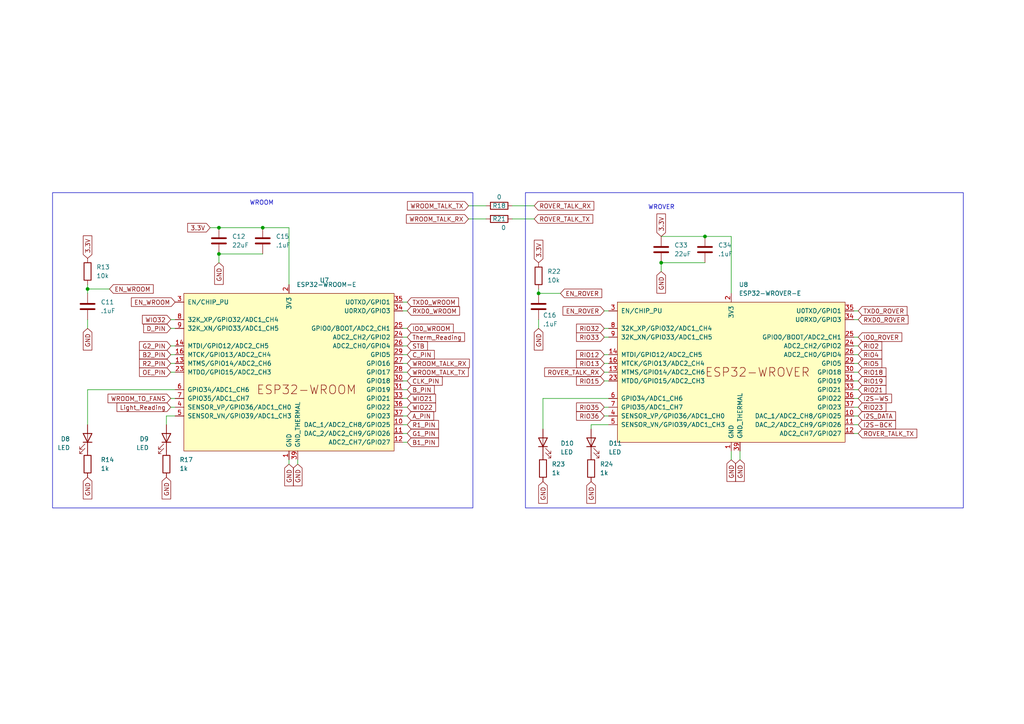
<source format=kicad_sch>
(kicad_sch (version 20230121) (generator eeschema)

  (uuid c7e01b8d-926a-47e3-a9cc-512f9cd075fc)

  (paper "A4")

  (lib_symbols
    (symbol "Device:C" (pin_numbers hide) (pin_names (offset 0.254)) (in_bom yes) (on_board yes)
      (property "Reference" "C" (at 0.635 2.54 0)
        (effects (font (size 1.27 1.27)) (justify left))
      )
      (property "Value" "C" (at 0.635 -2.54 0)
        (effects (font (size 1.27 1.27)) (justify left))
      )
      (property "Footprint" "" (at 0.9652 -3.81 0)
        (effects (font (size 1.27 1.27)) hide)
      )
      (property "Datasheet" "~" (at 0 0 0)
        (effects (font (size 1.27 1.27)) hide)
      )
      (property "ki_keywords" "cap capacitor" (at 0 0 0)
        (effects (font (size 1.27 1.27)) hide)
      )
      (property "ki_description" "Unpolarized capacitor" (at 0 0 0)
        (effects (font (size 1.27 1.27)) hide)
      )
      (property "ki_fp_filters" "C_*" (at 0 0 0)
        (effects (font (size 1.27 1.27)) hide)
      )
      (symbol "C_0_1"
        (polyline
          (pts
            (xy -2.032 -0.762)
            (xy 2.032 -0.762)
          )
          (stroke (width 0.508) (type default))
          (fill (type none))
        )
        (polyline
          (pts
            (xy -2.032 0.762)
            (xy 2.032 0.762)
          )
          (stroke (width 0.508) (type default))
          (fill (type none))
        )
      )
      (symbol "C_1_1"
        (pin passive line (at 0 3.81 270) (length 2.794)
          (name "~" (effects (font (size 1.27 1.27))))
          (number "1" (effects (font (size 1.27 1.27))))
        )
        (pin passive line (at 0 -3.81 90) (length 2.794)
          (name "~" (effects (font (size 1.27 1.27))))
          (number "2" (effects (font (size 1.27 1.27))))
        )
      )
    )
    (symbol "Device:LED" (pin_numbers hide) (pin_names (offset 1.016) hide) (in_bom yes) (on_board yes)
      (property "Reference" "D" (at 0 2.54 0)
        (effects (font (size 1.27 1.27)))
      )
      (property "Value" "LED" (at 0 -2.54 0)
        (effects (font (size 1.27 1.27)))
      )
      (property "Footprint" "" (at 0 0 0)
        (effects (font (size 1.27 1.27)) hide)
      )
      (property "Datasheet" "~" (at 0 0 0)
        (effects (font (size 1.27 1.27)) hide)
      )
      (property "ki_keywords" "LED diode" (at 0 0 0)
        (effects (font (size 1.27 1.27)) hide)
      )
      (property "ki_description" "Light emitting diode" (at 0 0 0)
        (effects (font (size 1.27 1.27)) hide)
      )
      (property "ki_fp_filters" "LED* LED_SMD:* LED_THT:*" (at 0 0 0)
        (effects (font (size 1.27 1.27)) hide)
      )
      (symbol "LED_0_1"
        (polyline
          (pts
            (xy -1.27 -1.27)
            (xy -1.27 1.27)
          )
          (stroke (width 0.254) (type default))
          (fill (type none))
        )
        (polyline
          (pts
            (xy -1.27 0)
            (xy 1.27 0)
          )
          (stroke (width 0) (type default))
          (fill (type none))
        )
        (polyline
          (pts
            (xy 1.27 -1.27)
            (xy 1.27 1.27)
            (xy -1.27 0)
            (xy 1.27 -1.27)
          )
          (stroke (width 0.254) (type default))
          (fill (type none))
        )
        (polyline
          (pts
            (xy -3.048 -0.762)
            (xy -4.572 -2.286)
            (xy -3.81 -2.286)
            (xy -4.572 -2.286)
            (xy -4.572 -1.524)
          )
          (stroke (width 0) (type default))
          (fill (type none))
        )
        (polyline
          (pts
            (xy -1.778 -0.762)
            (xy -3.302 -2.286)
            (xy -2.54 -2.286)
            (xy -3.302 -2.286)
            (xy -3.302 -1.524)
          )
          (stroke (width 0) (type default))
          (fill (type none))
        )
      )
      (symbol "LED_1_1"
        (pin passive line (at -3.81 0 0) (length 2.54)
          (name "K" (effects (font (size 1.27 1.27))))
          (number "1" (effects (font (size 1.27 1.27))))
        )
        (pin passive line (at 3.81 0 180) (length 2.54)
          (name "A" (effects (font (size 1.27 1.27))))
          (number "2" (effects (font (size 1.27 1.27))))
        )
      )
    )
    (symbol "Device:R" (pin_numbers hide) (pin_names (offset 0)) (in_bom yes) (on_board yes)
      (property "Reference" "R" (at 2.032 0 90)
        (effects (font (size 1.27 1.27)))
      )
      (property "Value" "R" (at 0 0 90)
        (effects (font (size 1.27 1.27)))
      )
      (property "Footprint" "" (at -1.778 0 90)
        (effects (font (size 1.27 1.27)) hide)
      )
      (property "Datasheet" "~" (at 0 0 0)
        (effects (font (size 1.27 1.27)) hide)
      )
      (property "ki_keywords" "R res resistor" (at 0 0 0)
        (effects (font (size 1.27 1.27)) hide)
      )
      (property "ki_description" "Resistor" (at 0 0 0)
        (effects (font (size 1.27 1.27)) hide)
      )
      (property "ki_fp_filters" "R_*" (at 0 0 0)
        (effects (font (size 1.27 1.27)) hide)
      )
      (symbol "R_0_1"
        (rectangle (start -1.016 -2.54) (end 1.016 2.54)
          (stroke (width 0.254) (type default))
          (fill (type none))
        )
      )
      (symbol "R_1_1"
        (pin passive line (at 0 3.81 270) (length 1.27)
          (name "~" (effects (font (size 1.27 1.27))))
          (number "1" (effects (font (size 1.27 1.27))))
        )
        (pin passive line (at 0 -3.81 90) (length 1.27)
          (name "~" (effects (font (size 1.27 1.27))))
          (number "2" (effects (font (size 1.27 1.27))))
        )
      )
    )
    (symbol "PCM_Espressif:ESP32-WROOM-E" (pin_names (offset 1.016)) (in_bom yes) (on_board yes)
      (property "Reference" "U" (at -30.48 27.94 0)
        (effects (font (size 1.27 1.27)) (justify left))
      )
      (property "Value" "ESP32-WROOM-E" (at -30.48 25.4 0)
        (effects (font (size 1.27 1.27)) (justify left))
      )
      (property "Footprint" "PCM_Espressif:ESP32-WROOM-32E" (at 0 -35.56 0)
        (effects (font (size 1.27 1.27)) hide)
      )
      (property "Datasheet" "https://www.espressif.com/sites/default/files/documentation/esp32-wroom-32e_esp32-wroom-32ue_datasheet_en.pdf" (at 0 -38.1 0)
        (effects (font (size 1.27 1.27)) hide)
      )
      (property "ki_keywords" "ESP32" (at 0 0 0)
        (effects (font (size 1.27 1.27)) hide)
      )
      (property "ki_description" "ESP32-WROOM-32E integrates ESP32-D0WD-V3, with higher stability and safety performance." (at 0 0 0)
        (effects (font (size 1.27 1.27)) hide)
      )
      (symbol "ESP32-WROOM-E_0_1"
        (rectangle (start -30.48 22.86) (end 30.48 -22.86)
          (stroke (width 0) (type default))
          (fill (type background))
        )
      )
      (symbol "ESP32-WROOM-E_1_1"
        (text "ESP32-­WROOM­" (at 5.08 -5.08 0)
          (effects (font (size 2.54 2.54)))
        )
        (pin power_in line (at 0 -25.4 90) (length 2.54)
          (name "GND" (effects (font (size 1.27 1.27))))
          (number "1" (effects (font (size 1.27 1.27))))
        )
        (pin bidirectional line (at 33.02 -15.24 180) (length 2.54)
          (name "DAC_1/ADC2_CH8/GPIO25" (effects (font (size 1.27 1.27))))
          (number "10" (effects (font (size 1.27 1.27))))
        )
        (pin bidirectional line (at 33.02 -17.78 180) (length 2.54)
          (name "DAC_2/ADC2_CH9/GPIO26" (effects (font (size 1.27 1.27))))
          (number "11" (effects (font (size 1.27 1.27))))
        )
        (pin bidirectional line (at 33.02 -20.32 180) (length 2.54)
          (name "ADC2_CH7/GPIO27" (effects (font (size 1.27 1.27))))
          (number "12" (effects (font (size 1.27 1.27))))
        )
        (pin bidirectional line (at -33.02 2.54 0) (length 2.54)
          (name "MTMS/GPIO14/ADC2_CH6" (effects (font (size 1.27 1.27))))
          (number "13" (effects (font (size 1.27 1.27))))
        )
        (pin bidirectional line (at -33.02 7.62 0) (length 2.54)
          (name "MTDI/GPIO12/ADC2_CH5" (effects (font (size 1.27 1.27))))
          (number "14" (effects (font (size 1.27 1.27))))
        )
        (pin passive line (at 0 -25.4 90) (length 2.54) hide
          (name "GND" (effects (font (size 1.27 1.27))))
          (number "15" (effects (font (size 1.27 1.27))))
        )
        (pin bidirectional line (at -33.02 5.08 0) (length 2.54)
          (name "MTCK/GPIO13/ADC2_CH4" (effects (font (size 1.27 1.27))))
          (number "16" (effects (font (size 1.27 1.27))))
        )
        (pin power_in line (at 0 25.4 270) (length 2.54)
          (name "3V3" (effects (font (size 1.27 1.27))))
          (number "2" (effects (font (size 1.27 1.27))))
        )
        (pin bidirectional line (at -33.02 0 0) (length 2.54)
          (name "MTDO/GPIO15/ADC2_CH3" (effects (font (size 1.27 1.27))))
          (number "23" (effects (font (size 1.27 1.27))))
        )
        (pin bidirectional line (at 33.02 10.16 180) (length 2.54)
          (name "ADC2_CH2/GPIO2" (effects (font (size 1.27 1.27))))
          (number "24" (effects (font (size 1.27 1.27))))
        )
        (pin bidirectional line (at 33.02 12.7 180) (length 2.54)
          (name "GPIO0/BOOT/ADC2_CH1" (effects (font (size 1.27 1.27))))
          (number "25" (effects (font (size 1.27 1.27))))
        )
        (pin bidirectional line (at 33.02 7.62 180) (length 2.54)
          (name "ADC2_CH0/GPIO4" (effects (font (size 1.27 1.27))))
          (number "26" (effects (font (size 1.27 1.27))))
        )
        (pin bidirectional line (at 33.02 2.54 180) (length 2.54)
          (name "GPIO16" (effects (font (size 1.27 1.27))))
          (number "27" (effects (font (size 1.27 1.27))))
        )
        (pin bidirectional line (at 33.02 0 180) (length 2.54)
          (name "GPIO17" (effects (font (size 1.27 1.27))))
          (number "28" (effects (font (size 1.27 1.27))))
        )
        (pin bidirectional line (at 33.02 5.08 180) (length 2.54)
          (name "GPIO5" (effects (font (size 1.27 1.27))))
          (number "29" (effects (font (size 1.27 1.27))))
        )
        (pin input line (at -33.02 20.32 0) (length 2.54)
          (name "EN/CHIP_PU" (effects (font (size 1.27 1.27))))
          (number "3" (effects (font (size 1.27 1.27))))
        )
        (pin bidirectional line (at 33.02 -2.54 180) (length 2.54)
          (name "GPIO18" (effects (font (size 1.27 1.27))))
          (number "30" (effects (font (size 1.27 1.27))))
        )
        (pin bidirectional line (at 33.02 -5.08 180) (length 2.54)
          (name "GPIO19" (effects (font (size 1.27 1.27))))
          (number "31" (effects (font (size 1.27 1.27))))
        )
        (pin bidirectional line (at 33.02 -7.62 180) (length 2.54)
          (name "GPIO21" (effects (font (size 1.27 1.27))))
          (number "33" (effects (font (size 1.27 1.27))))
        )
        (pin bidirectional line (at 33.02 17.78 180) (length 2.54)
          (name "U0RXD/GPIO3" (effects (font (size 1.27 1.27))))
          (number "34" (effects (font (size 1.27 1.27))))
        )
        (pin bidirectional line (at 33.02 20.32 180) (length 2.54)
          (name "U0TXD/GPIO1" (effects (font (size 1.27 1.27))))
          (number "35" (effects (font (size 1.27 1.27))))
        )
        (pin bidirectional line (at 33.02 -10.16 180) (length 2.54)
          (name "GPIO22" (effects (font (size 1.27 1.27))))
          (number "36" (effects (font (size 1.27 1.27))))
        )
        (pin bidirectional line (at 33.02 -12.7 180) (length 2.54)
          (name "GPIO23" (effects (font (size 1.27 1.27))))
          (number "37" (effects (font (size 1.27 1.27))))
        )
        (pin passive line (at 0 -25.4 90) (length 2.54) hide
          (name "GND" (effects (font (size 1.27 1.27))))
          (number "38" (effects (font (size 1.27 1.27))))
        )
        (pin power_in line (at 2.54 -25.4 90) (length 2.54)
          (name "GND_THERMAL" (effects (font (size 1.27 1.27))))
          (number "39" (effects (font (size 1.27 1.27))))
        )
        (pin input line (at -33.02 -10.16 0) (length 2.54)
          (name "SENSOR_VP/GPIO36/ADC1_CH0" (effects (font (size 1.27 1.27))))
          (number "4" (effects (font (size 1.27 1.27))))
        )
        (pin input line (at -33.02 -12.7 0) (length 2.54)
          (name "SENSOR_VN/GPIO39/ADC1_CH3" (effects (font (size 1.27 1.27))))
          (number "5" (effects (font (size 1.27 1.27))))
        )
        (pin input line (at -33.02 -5.08 0) (length 2.54)
          (name "GPIO34/ADC1_CH6" (effects (font (size 1.27 1.27))))
          (number "6" (effects (font (size 1.27 1.27))))
        )
        (pin input line (at -33.02 -7.62 0) (length 2.54)
          (name "GPIO35/ADC1_CH7" (effects (font (size 1.27 1.27))))
          (number "7" (effects (font (size 1.27 1.27))))
        )
        (pin bidirectional line (at -33.02 15.24 0) (length 2.54)
          (name "32K_XP/GPIO32/ADC1_CH4" (effects (font (size 1.27 1.27))))
          (number "8" (effects (font (size 1.27 1.27))))
        )
        (pin bidirectional line (at -33.02 12.7 0) (length 2.54)
          (name "32K_XN/GPIO33/ADC1_CH5" (effects (font (size 1.27 1.27))))
          (number "9" (effects (font (size 1.27 1.27))))
        )
      )
    )
    (symbol "PCM_Espressif:ESP32-WROVER-E" (pin_names (offset 1.016)) (in_bom yes) (on_board yes)
      (property "Reference" "U" (at -30.48 25.4 0)
        (effects (font (size 1.27 1.27)) (justify left))
      )
      (property "Value" "ESP32-WROVER-E" (at -30.48 22.86 0)
        (effects (font (size 1.27 1.27)) (justify left))
      )
      (property "Footprint" "PCM_Espressif:ESP32-WROVER-E" (at 2.54 -33.02 0)
        (effects (font (size 1.27 1.27)) hide)
      )
      (property "Datasheet" "https://www.espressif.com/sites/default/files/documentation/esp32-wrover-e_esp32-wrover-ie_datasheet_en.pdf" (at 2.54 -35.56 0)
        (effects (font (size 1.27 1.27)) hide)
      )
      (property "ki_keywords" "ESP32" (at 0 0 0)
        (effects (font (size 1.27 1.27)) hide)
      )
      (property "ki_description" "ESP32-WROVER-E and ESP32-WROVER-IE are two powerful, generic WiFi-BT-BLE MCU modules that target a wide variety of applications, ranging from low-power sensor networks to the most demanding tasks, such as voice encoding, music streaming and MP3 decoding. ESP32-WROVER-E comes with a PCB antenna, and ESP32-WROVER-IE with an IPEX antenna. They both featurea 4 MB external SPI flash and an additional 8 MB SPI Pseudo static RAM (PSRAM)." (at 0 0 0)
        (effects (font (size 1.27 1.27)) hide)
      )
      (symbol "ESP32-WROVER-E_0_1"
        (rectangle (start -33.02 20.32) (end 33.02 -20.32)
          (stroke (width 0) (type default))
          (fill (type background))
        )
      )
      (symbol "ESP32-WROVER-E_1_1"
        (text "ESP32-­WROVER" (at 7.62 0 0)
          (effects (font (size 2.54 2.54)))
        )
        (pin power_in line (at 0 -22.86 90) (length 2.54)
          (name "GND" (effects (font (size 1.27 1.27))))
          (number "1" (effects (font (size 1.27 1.27))))
        )
        (pin bidirectional line (at 35.56 -12.7 180) (length 2.54)
          (name "DAC_1/ADC2_CH8/GPIO25" (effects (font (size 1.27 1.27))))
          (number "10" (effects (font (size 1.27 1.27))))
        )
        (pin bidirectional line (at 35.56 -15.24 180) (length 2.54)
          (name "DAC_2/ADC2_CH9/GPIO26" (effects (font (size 1.27 1.27))))
          (number "11" (effects (font (size 1.27 1.27))))
        )
        (pin bidirectional line (at 35.56 -17.78 180) (length 2.54)
          (name "ADC2_CH7/GPIO27" (effects (font (size 1.27 1.27))))
          (number "12" (effects (font (size 1.27 1.27))))
        )
        (pin bidirectional line (at -35.56 0 0) (length 2.54)
          (name "MTMS/GPIO14/ADC2_CH6" (effects (font (size 1.27 1.27))))
          (number "13" (effects (font (size 1.27 1.27))))
        )
        (pin bidirectional line (at -35.56 5.08 0) (length 2.54)
          (name "MTDI/GPIO12/ADC2_CH5" (effects (font (size 1.27 1.27))))
          (number "14" (effects (font (size 1.27 1.27))))
        )
        (pin passive line (at 0 -22.86 90) (length 2.54) hide
          (name "GND" (effects (font (size 1.27 1.27))))
          (number "15" (effects (font (size 1.27 1.27))))
        )
        (pin bidirectional line (at -35.56 2.54 0) (length 2.54)
          (name "MTCK/GPIO13/ADC2_CH4" (effects (font (size 1.27 1.27))))
          (number "16" (effects (font (size 1.27 1.27))))
        )
        (pin power_in line (at 0 22.86 270) (length 2.54)
          (name "3V3" (effects (font (size 1.27 1.27))))
          (number "2" (effects (font (size 1.27 1.27))))
        )
        (pin bidirectional line (at -35.56 -2.54 0) (length 2.54)
          (name "MTDO/GPIO15/ADC2_CH3" (effects (font (size 1.27 1.27))))
          (number "23" (effects (font (size 1.27 1.27))))
        )
        (pin bidirectional line (at 35.56 7.62 180) (length 2.54)
          (name "ADC2_CH2/GPIO2" (effects (font (size 1.27 1.27))))
          (number "24" (effects (font (size 1.27 1.27))))
        )
        (pin bidirectional line (at 35.56 10.16 180) (length 2.54)
          (name "GPIO0/BOOT/ADC2_CH1" (effects (font (size 1.27 1.27))))
          (number "25" (effects (font (size 1.27 1.27))))
        )
        (pin bidirectional line (at 35.56 5.08 180) (length 2.54)
          (name "ADC2_CH0/GPIO4" (effects (font (size 1.27 1.27))))
          (number "26" (effects (font (size 1.27 1.27))))
        )
        (pin bidirectional line (at 35.56 2.54 180) (length 2.54)
          (name "GPIO5" (effects (font (size 1.27 1.27))))
          (number "29" (effects (font (size 1.27 1.27))))
        )
        (pin input line (at -35.56 17.78 0) (length 2.54)
          (name "EN/CHIP_PU" (effects (font (size 1.27 1.27))))
          (number "3" (effects (font (size 1.27 1.27))))
        )
        (pin bidirectional line (at 35.56 0 180) (length 2.54)
          (name "GPIO18" (effects (font (size 1.27 1.27))))
          (number "30" (effects (font (size 1.27 1.27))))
        )
        (pin bidirectional line (at 35.56 -2.54 180) (length 2.54)
          (name "GPIO19" (effects (font (size 1.27 1.27))))
          (number "31" (effects (font (size 1.27 1.27))))
        )
        (pin bidirectional line (at 35.56 -5.08 180) (length 2.54)
          (name "GPIO21" (effects (font (size 1.27 1.27))))
          (number "33" (effects (font (size 1.27 1.27))))
        )
        (pin bidirectional line (at 35.56 15.24 180) (length 2.54)
          (name "U0RXD/GPIO3" (effects (font (size 1.27 1.27))))
          (number "34" (effects (font (size 1.27 1.27))))
        )
        (pin bidirectional line (at 35.56 17.78 180) (length 2.54)
          (name "U0TXD/GPIO1" (effects (font (size 1.27 1.27))))
          (number "35" (effects (font (size 1.27 1.27))))
        )
        (pin bidirectional line (at 35.56 -7.62 180) (length 2.54)
          (name "GPIO22" (effects (font (size 1.27 1.27))))
          (number "36" (effects (font (size 1.27 1.27))))
        )
        (pin bidirectional line (at 35.56 -10.16 180) (length 2.54)
          (name "GPIO23" (effects (font (size 1.27 1.27))))
          (number "37" (effects (font (size 1.27 1.27))))
        )
        (pin passive line (at 0 -22.86 90) (length 2.54) hide
          (name "GND" (effects (font (size 1.27 1.27))))
          (number "38" (effects (font (size 1.27 1.27))))
        )
        (pin power_in line (at 2.54 -22.86 90) (length 2.54)
          (name "GND_THERMAL" (effects (font (size 1.27 1.27))))
          (number "39" (effects (font (size 1.27 1.27))))
        )
        (pin input line (at -35.56 -12.7 0) (length 2.54)
          (name "SENSOR_VP/GPIO36/ADC1_CH0" (effects (font (size 1.27 1.27))))
          (number "4" (effects (font (size 1.27 1.27))))
        )
        (pin input line (at -35.56 -15.24 0) (length 2.54)
          (name "SENSOR_VN/GPIO39/ADC1_CH3" (effects (font (size 1.27 1.27))))
          (number "5" (effects (font (size 1.27 1.27))))
        )
        (pin input line (at -35.56 -7.62 0) (length 2.54)
          (name "GPIO34/ADC1_CH6" (effects (font (size 1.27 1.27))))
          (number "6" (effects (font (size 1.27 1.27))))
        )
        (pin input line (at -35.56 -10.16 0) (length 2.54)
          (name "GPIO35/ADC1_CH7" (effects (font (size 1.27 1.27))))
          (number "7" (effects (font (size 1.27 1.27))))
        )
        (pin bidirectional line (at -35.56 12.7 0) (length 2.54)
          (name "32K_XP/GPIO32/ADC1_CH4" (effects (font (size 1.27 1.27))))
          (number "8" (effects (font (size 1.27 1.27))))
        )
        (pin bidirectional line (at -35.56 10.16 0) (length 2.54)
          (name "32K_XN/GPIO33/ADC1_CH5" (effects (font (size 1.27 1.27))))
          (number "9" (effects (font (size 1.27 1.27))))
        )
      )
    )
  )

  (junction (at 76.2 66.04) (diameter 0) (color 0 0 0 0)
    (uuid 18faa5a2-be66-439e-8bf4-534ce00e441c)
  )
  (junction (at 25.4 83.82) (diameter 0) (color 0 0 0 0)
    (uuid 1e5cc816-dc76-4cc0-b685-c094415349a1)
  )
  (junction (at 156.21 85.09) (diameter 0) (color 0 0 0 0)
    (uuid 5f81b2ab-cfd8-4561-a073-c999750d2922)
  )
  (junction (at 63.5 73.66) (diameter 0) (color 0 0 0 0)
    (uuid 64605af1-1472-4dd5-be28-c5e24b85e51a)
  )
  (junction (at 191.77 76.2) (diameter 0) (color 0 0 0 0)
    (uuid 84c87fdb-a732-456f-bf61-3396115e97c9)
  )
  (junction (at 204.47 68.58) (diameter 0) (color 0 0 0 0)
    (uuid dfc1f348-b952-40cd-827a-4c9f9b7a3b5d)
  )
  (junction (at 63.5 66.04) (diameter 0) (color 0 0 0 0)
    (uuid f6ab7b5a-8399-42bf-aeea-ab6968b649b9)
  )

  (wire (pts (xy 83.82 133.35) (xy 83.82 134.62))
    (stroke (width 0) (type default))
    (uuid 0055fff8-42e9-464d-be9c-d2c175636241)
  )
  (wire (pts (xy 49.53 107.95) (xy 50.8 107.95))
    (stroke (width 0) (type default))
    (uuid 02ca1c24-a436-41b1-a326-4d7099c40e11)
  )
  (wire (pts (xy 248.92 100.33) (xy 247.65 100.33))
    (stroke (width 0) (type default))
    (uuid 062ab564-a729-4557-a571-3f09d945e03d)
  )
  (wire (pts (xy 49.53 100.33) (xy 50.8 100.33))
    (stroke (width 0) (type default))
    (uuid 083bf3cd-490c-4dbc-a962-12a485652e52)
  )
  (wire (pts (xy 116.84 123.19) (xy 118.11 123.19))
    (stroke (width 0) (type default))
    (uuid 0ad8977a-35df-49ff-9713-b90f150d4be0)
  )
  (wire (pts (xy 212.09 68.58) (xy 212.09 85.09))
    (stroke (width 0) (type default))
    (uuid 138d7916-6f1a-4ae2-80d9-a05a3a3d1d8e)
  )
  (wire (pts (xy 25.4 83.82) (xy 25.4 85.09))
    (stroke (width 0) (type default))
    (uuid 1af36195-e3b6-4f20-b373-91ff844c1d5d)
  )
  (wire (pts (xy 175.26 95.25) (xy 176.53 95.25))
    (stroke (width 0) (type default))
    (uuid 1fc72266-d48f-487a-922b-8c073af0fea0)
  )
  (wire (pts (xy 248.92 123.19) (xy 247.65 123.19))
    (stroke (width 0) (type default))
    (uuid 222b5776-574d-4752-825e-3e035491e8d9)
  )
  (wire (pts (xy 116.84 110.49) (xy 118.11 110.49))
    (stroke (width 0) (type default))
    (uuid 28ad258b-234d-48a9-b9d8-5771e7dcb4c0)
  )
  (wire (pts (xy 171.45 123.19) (xy 176.53 123.19))
    (stroke (width 0) (type default))
    (uuid 2d523cfb-113a-4881-96c9-51ce44e13b86)
  )
  (wire (pts (xy 156.21 85.09) (xy 162.56 85.09))
    (stroke (width 0) (type default))
    (uuid 2e80f89a-cc22-42ff-81a4-814c3cc25f99)
  )
  (wire (pts (xy 171.45 123.19) (xy 171.45 124.46))
    (stroke (width 0) (type default))
    (uuid 358bb3ea-f810-4be5-a507-4853f125cec8)
  )
  (wire (pts (xy 49.53 118.11) (xy 50.8 118.11))
    (stroke (width 0) (type default))
    (uuid 3c5eaada-da0b-49d4-a1a1-42aafde34033)
  )
  (wire (pts (xy 248.92 105.41) (xy 247.65 105.41))
    (stroke (width 0) (type default))
    (uuid 3f21bdef-8819-4053-9d76-eb8f7bf615e4)
  )
  (wire (pts (xy 116.84 128.27) (xy 118.11 128.27))
    (stroke (width 0) (type default))
    (uuid 47f4db4d-325e-442a-9b7f-7b74f63ae863)
  )
  (wire (pts (xy 118.11 107.95) (xy 116.84 107.95))
    (stroke (width 0) (type default))
    (uuid 4872a80b-71fe-40cb-9edf-2a58a17eb95b)
  )
  (wire (pts (xy 48.26 120.65) (xy 50.8 120.65))
    (stroke (width 0) (type default))
    (uuid 52e9fb27-e170-4647-846b-b666bacbd2be)
  )
  (wire (pts (xy 248.92 118.11) (xy 247.65 118.11))
    (stroke (width 0) (type default))
    (uuid 53c0fbfb-edad-415f-ae5b-cac8e1aad90f)
  )
  (wire (pts (xy 49.53 105.41) (xy 50.8 105.41))
    (stroke (width 0) (type default))
    (uuid 543edc59-9017-4576-b03b-b3be15e9c882)
  )
  (wire (pts (xy 248.92 120.65) (xy 247.65 120.65))
    (stroke (width 0) (type default))
    (uuid 54ec652c-52d0-4930-9a17-aecba8c0ca62)
  )
  (wire (pts (xy 63.5 66.04) (xy 76.2 66.04))
    (stroke (width 0) (type default))
    (uuid 565a4c28-bbf0-464b-aaa2-8f2bbe22983e)
  )
  (wire (pts (xy 191.77 76.2) (xy 204.47 76.2))
    (stroke (width 0) (type default))
    (uuid 572c3096-91b8-4e32-a7b0-49ca0bdfbfee)
  )
  (wire (pts (xy 135.89 63.5) (xy 140.97 63.5))
    (stroke (width 0) (type default))
    (uuid 5846409d-2550-4bf6-aaf7-574937439576)
  )
  (wire (pts (xy 48.26 120.65) (xy 48.26 123.19))
    (stroke (width 0) (type default))
    (uuid 58d18763-087f-481c-aff1-d05b7a2f43e5)
  )
  (wire (pts (xy 204.47 68.58) (xy 212.09 68.58))
    (stroke (width 0) (type default))
    (uuid 58fa86a6-64f4-4944-a782-9421d2e30f1c)
  )
  (wire (pts (xy 248.92 97.79) (xy 247.65 97.79))
    (stroke (width 0) (type default))
    (uuid 59b9644a-78cf-4627-9c0c-4ef5d40b04b4)
  )
  (wire (pts (xy 175.26 90.17) (xy 176.53 90.17))
    (stroke (width 0) (type default))
    (uuid 5c3337f1-96b0-4f3f-82ff-05b483a9262b)
  )
  (wire (pts (xy 118.11 118.11) (xy 116.84 118.11))
    (stroke (width 0) (type default))
    (uuid 5dd99899-7d10-428c-aa64-34bcce3d4c05)
  )
  (wire (pts (xy 156.21 92.71) (xy 156.21 95.25))
    (stroke (width 0) (type default))
    (uuid 62db9fef-7e5d-42b6-876b-f647937d0109)
  )
  (wire (pts (xy 175.26 120.65) (xy 176.53 120.65))
    (stroke (width 0) (type default))
    (uuid 66817010-9168-4823-a5d7-c4d675b44d74)
  )
  (wire (pts (xy 248.92 102.87) (xy 247.65 102.87))
    (stroke (width 0) (type default))
    (uuid 696db4cd-2042-4630-a059-953c535bdac6)
  )
  (wire (pts (xy 118.11 87.63) (xy 116.84 87.63))
    (stroke (width 0) (type default))
    (uuid 69745914-01b1-4123-9c65-a635419ba412)
  )
  (wire (pts (xy 248.92 113.03) (xy 247.65 113.03))
    (stroke (width 0) (type default))
    (uuid 6e1c7527-fcad-4f3f-bfc1-1ba7a9b2326e)
  )
  (wire (pts (xy 175.26 118.11) (xy 176.53 118.11))
    (stroke (width 0) (type default))
    (uuid 6fe13846-a111-4360-a08d-ca4fe07ea0d3)
  )
  (wire (pts (xy 49.53 115.57) (xy 50.8 115.57))
    (stroke (width 0) (type default))
    (uuid 73f27e83-7f80-4dd6-bf64-90bab30f12f3)
  )
  (wire (pts (xy 118.11 105.41) (xy 116.84 105.41))
    (stroke (width 0) (type default))
    (uuid 76f0b1ee-443d-43d0-bdc5-f89f09c67775)
  )
  (wire (pts (xy 116.84 102.87) (xy 118.11 102.87))
    (stroke (width 0) (type default))
    (uuid 7757191b-e800-4058-84bc-6be40eb50686)
  )
  (wire (pts (xy 175.26 97.79) (xy 176.53 97.79))
    (stroke (width 0) (type default))
    (uuid 7d1bf71c-3380-446d-b9ae-e516ecc192e9)
  )
  (wire (pts (xy 116.84 120.65) (xy 118.11 120.65))
    (stroke (width 0) (type default))
    (uuid 7fc03900-0ac6-4049-8495-a56231702235)
  )
  (wire (pts (xy 157.48 115.57) (xy 157.48 124.46))
    (stroke (width 0) (type default))
    (uuid 82a3cc9a-406b-46d3-b79b-f45afb0a0659)
  )
  (wire (pts (xy 248.92 92.71) (xy 247.65 92.71))
    (stroke (width 0) (type default))
    (uuid 87157ea6-3a85-48e3-83de-0b7ad485d461)
  )
  (wire (pts (xy 25.4 113.03) (xy 25.4 123.19))
    (stroke (width 0) (type default))
    (uuid 8843767b-fe97-4fc4-b3bc-8f480486ea77)
  )
  (wire (pts (xy 191.77 68.58) (xy 204.47 68.58))
    (stroke (width 0) (type default))
    (uuid 889a4602-ea7b-4e82-9dcb-e0a2e2bf06f4)
  )
  (wire (pts (xy 63.5 73.66) (xy 63.5 76.2))
    (stroke (width 0) (type default))
    (uuid 89ae8f33-ad17-452e-826e-af21f9afafaa)
  )
  (wire (pts (xy 176.53 107.95) (xy 175.26 107.95))
    (stroke (width 0) (type default))
    (uuid 89fbc89a-8193-474b-b64e-aeb802f7e338)
  )
  (wire (pts (xy 63.5 73.66) (xy 76.2 73.66))
    (stroke (width 0) (type default))
    (uuid 8d44885c-8188-4b26-a557-217b374a28fa)
  )
  (wire (pts (xy 83.82 66.04) (xy 83.82 82.55))
    (stroke (width 0) (type default))
    (uuid 95c41fe6-7336-4cf3-9608-f70354684ec8)
  )
  (wire (pts (xy 175.26 105.41) (xy 176.53 105.41))
    (stroke (width 0) (type default))
    (uuid 9ced05de-e9f3-4a40-99ee-3b75c47a7510)
  )
  (wire (pts (xy 25.4 82.55) (xy 25.4 83.82))
    (stroke (width 0) (type default))
    (uuid a12565d7-ccac-4ecd-b357-35ce9f6fc6f2)
  )
  (wire (pts (xy 60.96 66.04) (xy 63.5 66.04))
    (stroke (width 0) (type default))
    (uuid a545c523-8bf9-4aa8-8693-4b4b38570fe0)
  )
  (wire (pts (xy 116.84 125.73) (xy 118.11 125.73))
    (stroke (width 0) (type default))
    (uuid a603b45a-0f66-481f-94a9-1c2cb4e38159)
  )
  (wire (pts (xy 191.77 76.2) (xy 191.77 78.74))
    (stroke (width 0) (type default))
    (uuid acb7832e-31ce-4ec8-aec6-ce4896a7aaea)
  )
  (wire (pts (xy 49.53 92.71) (xy 50.8 92.71))
    (stroke (width 0) (type default))
    (uuid ad0242a1-e97e-47a7-a17a-3b1d83bdda4d)
  )
  (wire (pts (xy 118.11 115.57) (xy 116.84 115.57))
    (stroke (width 0) (type default))
    (uuid b140c008-1083-4ca0-8792-16e2907672fd)
  )
  (wire (pts (xy 248.92 107.95) (xy 247.65 107.95))
    (stroke (width 0) (type default))
    (uuid b6b49cbc-05e4-4ecf-a12d-78880b76bce9)
  )
  (wire (pts (xy 25.4 113.03) (xy 50.8 113.03))
    (stroke (width 0) (type default))
    (uuid b79ec9f9-d1ed-4fe2-804d-84f35ead54f3)
  )
  (wire (pts (xy 135.89 59.69) (xy 140.97 59.69))
    (stroke (width 0) (type default))
    (uuid b8b7f3af-42ff-42e2-bbe7-fe59e61a1d57)
  )
  (wire (pts (xy 25.4 83.82) (xy 31.75 83.82))
    (stroke (width 0) (type default))
    (uuid bb293f0e-8207-4331-80fb-986989436b2d)
  )
  (wire (pts (xy 148.59 63.5) (xy 154.94 63.5))
    (stroke (width 0) (type default))
    (uuid be49fd2b-244d-4e79-979b-471195306992)
  )
  (wire (pts (xy 116.84 97.79) (xy 118.11 97.79))
    (stroke (width 0) (type default))
    (uuid c490e06f-85c5-43bd-90ea-4e93c89a4861)
  )
  (wire (pts (xy 118.11 95.25) (xy 116.84 95.25))
    (stroke (width 0) (type default))
    (uuid c4d16a6d-732c-43ab-9e28-60cc73e8ff01)
  )
  (wire (pts (xy 248.92 125.73) (xy 247.65 125.73))
    (stroke (width 0) (type default))
    (uuid ca7d0efd-d1fc-407f-a858-13b68c604ad1)
  )
  (wire (pts (xy 248.92 110.49) (xy 247.65 110.49))
    (stroke (width 0) (type default))
    (uuid ccdd8197-a7ba-433f-a8ab-a566cd17c850)
  )
  (wire (pts (xy 157.48 115.57) (xy 176.53 115.57))
    (stroke (width 0) (type default))
    (uuid ccf88a22-da17-483b-958d-109505731dae)
  )
  (wire (pts (xy 248.92 90.17) (xy 247.65 90.17))
    (stroke (width 0) (type default))
    (uuid d64aafd3-2e4c-48d6-88e9-42780f325e0f)
  )
  (wire (pts (xy 212.09 130.81) (xy 212.09 133.35))
    (stroke (width 0) (type default))
    (uuid d9e20aa9-b010-4094-a774-1b4d9ecc8dcc)
  )
  (wire (pts (xy 175.26 102.87) (xy 176.53 102.87))
    (stroke (width 0) (type default))
    (uuid da005e01-0d3a-4a2b-a9ee-bcc5477ec8c2)
  )
  (wire (pts (xy 116.84 100.33) (xy 118.11 100.33))
    (stroke (width 0) (type default))
    (uuid db75586a-a8ef-4cbc-9b7d-8485cc6e6fc3)
  )
  (wire (pts (xy 175.26 110.49) (xy 176.53 110.49))
    (stroke (width 0) (type default))
    (uuid db755bdf-695c-4e63-a9d0-224c4a26f745)
  )
  (wire (pts (xy 116.84 113.03) (xy 118.11 113.03))
    (stroke (width 0) (type default))
    (uuid dc4c3710-04ca-4128-bc42-e7164052fcd4)
  )
  (wire (pts (xy 86.36 133.35) (xy 86.36 134.62))
    (stroke (width 0) (type default))
    (uuid dc82f351-74d5-48b5-bffc-e1ea7a44b116)
  )
  (wire (pts (xy 156.21 83.82) (xy 156.21 85.09))
    (stroke (width 0) (type default))
    (uuid dd8d08b9-57f9-4315-8158-47a233d5c849)
  )
  (wire (pts (xy 76.2 66.04) (xy 83.82 66.04))
    (stroke (width 0) (type default))
    (uuid dfbc10d5-669d-43ad-8276-b317740e8e3e)
  )
  (wire (pts (xy 248.92 115.57) (xy 247.65 115.57))
    (stroke (width 0) (type default))
    (uuid e04e9508-5bfd-45a8-88eb-05aae9299a04)
  )
  (wire (pts (xy 25.4 92.71) (xy 25.4 95.25))
    (stroke (width 0) (type default))
    (uuid e46dd89d-150a-4c83-9d6c-cfc402f0db69)
  )
  (wire (pts (xy 49.53 102.87) (xy 50.8 102.87))
    (stroke (width 0) (type default))
    (uuid f693a212-a083-4940-a805-64e446d0cb04)
  )
  (wire (pts (xy 49.53 95.25) (xy 50.8 95.25))
    (stroke (width 0) (type default))
    (uuid f729ca1e-70e6-428e-a3b8-b16831f9657b)
  )
  (wire (pts (xy 118.11 90.17) (xy 116.84 90.17))
    (stroke (width 0) (type default))
    (uuid f86174e5-466f-4ea8-8d98-37afb0969375)
  )
  (wire (pts (xy 148.59 59.69) (xy 154.94 59.69))
    (stroke (width 0) (type default))
    (uuid f8e2dac1-48ce-4528-b835-741b29e128e7)
  )
  (wire (pts (xy 214.63 130.81) (xy 214.63 133.35))
    (stroke (width 0) (type default))
    (uuid fa7712d3-c5ac-4b7e-82a8-ec0ba4a69522)
  )

  (rectangle (start 152.4 55.88) (end 279.4 147.32)
    (stroke (width 0) (type default))
    (fill (type none))
    (uuid 1b45926e-09c3-4d7b-8c05-5110918cca10)
  )
  (rectangle (start 15.24 55.88) (end 137.16 147.32)
    (stroke (width 0) (type default))
    (fill (type none))
    (uuid d43b93e3-f970-4bc7-9a63-30a5de2e4555)
  )

  (text "WROVER" (at 187.96 60.96 0)
    (effects (font (size 1.27 1.27)) (justify left bottom))
    (uuid e2e2141b-fe63-4d77-8129-5ab0786fd405)
  )
  (text "WROOM" (at 72.39 59.69 0)
    (effects (font (size 1.27 1.27)) (justify left bottom))
    (uuid eeacb410-2657-4ed4-929b-aa9226090414)
  )

  (global_label "RIO19" (shape input) (at 248.92 110.49 0) (fields_autoplaced)
    (effects (font (size 1.27 1.27)) (justify left))
    (uuid 0531cdc3-e446-4425-a9d4-a1e97663e2ba)
    (property "Intersheetrefs" "${INTERSHEET_REFS}" (at 257.5295 110.49 0)
      (effects (font (size 1.27 1.27)) (justify left) hide)
    )
  )
  (global_label "I2S_DATA" (shape input) (at 248.92 120.65 0) (fields_autoplaced)
    (effects (font (size 1.27 1.27)) (justify left))
    (uuid 083bd11a-40a1-4365-9a64-e33c89323cc2)
    (property "Intersheetrefs" "${INTERSHEET_REFS}" (at 260.3114 120.65 0)
      (effects (font (size 1.27 1.27)) (justify left) hide)
    )
  )
  (global_label "ROVER_TALK_TX" (shape input) (at 154.94 63.5 0) (fields_autoplaced)
    (effects (font (size 1.27 1.27)) (justify left))
    (uuid 0b12b1af-c60c-46e9-9915-7d21926a1aa7)
    (property "Intersheetrefs" "${INTERSHEET_REFS}" (at 172.4999 63.5 0)
      (effects (font (size 1.27 1.27)) (justify left) hide)
    )
  )
  (global_label "EN_ROVER" (shape input) (at 175.26 90.17 180) (fields_autoplaced)
    (effects (font (size 1.27 1.27)) (justify right))
    (uuid 0c921842-2c1b-4ce4-9c87-3ddaaff0e3b0)
    (property "Intersheetrefs" "${INTERSHEET_REFS}" (at 162.7196 90.17 0)
      (effects (font (size 1.27 1.27)) (justify right) hide)
    )
  )
  (global_label "EN_WROOM" (shape input) (at 31.75 83.82 0) (fields_autoplaced)
    (effects (font (size 1.27 1.27)) (justify left))
    (uuid 1275e162-dd6f-4941-be7c-d42e1fd39743)
    (property "Intersheetrefs" "${INTERSHEET_REFS}" (at 45.0161 83.82 0)
      (effects (font (size 1.27 1.27)) (justify left) hide)
    )
  )
  (global_label "RIO13" (shape input) (at 175.26 105.41 180) (fields_autoplaced)
    (effects (font (size 1.27 1.27)) (justify right))
    (uuid 13e74700-28f5-41e7-8f1f-bd2d2f864625)
    (property "Intersheetrefs" "${INTERSHEET_REFS}" (at 166.6505 105.41 0)
      (effects (font (size 1.27 1.27)) (justify right) hide)
    )
  )
  (global_label "GND" (shape input) (at 156.21 95.25 270) (fields_autoplaced)
    (effects (font (size 1.27 1.27)) (justify right))
    (uuid 168414f7-94e6-4fff-9ad3-bbece03a64ac)
    (property "Intersheetrefs" "${INTERSHEET_REFS}" (at 156.21 102.1057 90)
      (effects (font (size 1.27 1.27)) (justify right) hide)
    )
  )
  (global_label "ROVER_TALK_RX" (shape input) (at 154.94 59.69 0) (fields_autoplaced)
    (effects (font (size 1.27 1.27)) (justify left))
    (uuid 1bf794a6-1d03-4b33-b8ff-bbaf784572cb)
    (property "Intersheetrefs" "${INTERSHEET_REFS}" (at 172.8023 59.69 0)
      (effects (font (size 1.27 1.27)) (justify left) hide)
    )
  )
  (global_label "RIO32" (shape input) (at 175.26 95.25 180) (fields_autoplaced)
    (effects (font (size 1.27 1.27)) (justify right))
    (uuid 1f1db0ca-7627-466f-b685-11d751f0f656)
    (property "Intersheetrefs" "${INTERSHEET_REFS}" (at 166.6505 95.25 0)
      (effects (font (size 1.27 1.27)) (justify right) hide)
    )
  )
  (global_label "3.3V" (shape input) (at 25.4 74.93 90) (fields_autoplaced)
    (effects (font (size 1.27 1.27)) (justify left))
    (uuid 21a858eb-6d5e-4a9f-9bce-97eda53ff8b0)
    (property "Intersheetrefs" "${INTERSHEET_REFS}" (at 25.4 67.8324 90)
      (effects (font (size 1.27 1.27)) (justify left) hide)
    )
  )
  (global_label "A_PIN" (shape input) (at 118.11 120.65 0) (fields_autoplaced)
    (effects (font (size 1.27 1.27)) (justify left))
    (uuid 26763d46-5c17-44f0-bb6d-178ddc31f132)
    (property "Intersheetrefs" "${INTERSHEET_REFS}" (at 126.3567 120.65 0)
      (effects (font (size 1.27 1.27)) (justify left) hide)
    )
  )
  (global_label "RIO35" (shape input) (at 175.26 118.11 180) (fields_autoplaced)
    (effects (font (size 1.27 1.27)) (justify right))
    (uuid 2d0ed7d4-877d-40b1-ac8f-a0872635aaed)
    (property "Intersheetrefs" "${INTERSHEET_REFS}" (at 166.6505 118.11 0)
      (effects (font (size 1.27 1.27)) (justify right) hide)
    )
  )
  (global_label "GND" (shape input) (at 212.09 133.35 270) (fields_autoplaced)
    (effects (font (size 1.27 1.27)) (justify right))
    (uuid 2edd2349-c350-4a3e-80c2-2c097bf18741)
    (property "Intersheetrefs" "${INTERSHEET_REFS}" (at 212.09 140.2057 90)
      (effects (font (size 1.27 1.27)) (justify right) hide)
    )
  )
  (global_label "WROOM_TO_FANS" (shape input) (at 49.53 115.57 180) (fields_autoplaced)
    (effects (font (size 1.27 1.27)) (justify right))
    (uuid 3640a25c-f1e8-4354-8e55-67471d978cff)
    (property "Intersheetrefs" "${INTERSHEET_REFS}" (at 30.7605 115.57 0)
      (effects (font (size 1.27 1.27)) (justify right) hide)
    )
  )
  (global_label "OE_PIN" (shape input) (at 49.53 107.95 180) (fields_autoplaced)
    (effects (font (size 1.27 1.27)) (justify right))
    (uuid 3c0ad628-baff-4ad1-a985-a29e74b8d64d)
    (property "Intersheetrefs" "${INTERSHEET_REFS}" (at 39.8924 107.95 0)
      (effects (font (size 1.27 1.27)) (justify right) hide)
    )
  )
  (global_label "GND" (shape input) (at 83.82 134.62 270) (fields_autoplaced)
    (effects (font (size 1.27 1.27)) (justify right))
    (uuid 3d4aec75-fe26-4991-a1b6-c9c9f9326896)
    (property "Intersheetrefs" "${INTERSHEET_REFS}" (at 83.82 141.4757 90)
      (effects (font (size 1.27 1.27)) (justify right) hide)
    )
  )
  (global_label "EN_WROOM" (shape input) (at 50.8 87.63 180) (fields_autoplaced)
    (effects (font (size 1.27 1.27)) (justify right))
    (uuid 3d81aa12-c4ac-4d97-a0c2-424e90df6caf)
    (property "Intersheetrefs" "${INTERSHEET_REFS}" (at 37.5339 87.63 0)
      (effects (font (size 1.27 1.27)) (justify right) hide)
    )
  )
  (global_label "3.3V" (shape input) (at 60.96 66.04 180) (fields_autoplaced)
    (effects (font (size 1.27 1.27)) (justify right))
    (uuid 3f16efae-52f7-409f-b373-f924e9cba601)
    (property "Intersheetrefs" "${INTERSHEET_REFS}" (at 53.8624 66.04 0)
      (effects (font (size 1.27 1.27)) (justify right) hide)
    )
  )
  (global_label "G1_PIN" (shape input) (at 118.11 125.73 0) (fields_autoplaced)
    (effects (font (size 1.27 1.27)) (justify left))
    (uuid 44ec8e46-e3aa-45e8-97cd-6375abaccb49)
    (property "Intersheetrefs" "${INTERSHEET_REFS}" (at 127.7476 125.73 0)
      (effects (font (size 1.27 1.27)) (justify left) hide)
    )
  )
  (global_label "RIO18" (shape input) (at 248.92 107.95 0) (fields_autoplaced)
    (effects (font (size 1.27 1.27)) (justify left))
    (uuid 4f856912-89c7-4916-a0d1-18c1a3fc5342)
    (property "Intersheetrefs" "${INTERSHEET_REFS}" (at 257.5295 107.95 0)
      (effects (font (size 1.27 1.27)) (justify left) hide)
    )
  )
  (global_label "RIO21" (shape input) (at 248.92 113.03 0) (fields_autoplaced)
    (effects (font (size 1.27 1.27)) (justify left))
    (uuid 52dc0110-d569-4e43-b575-7fed97c03188)
    (property "Intersheetrefs" "${INTERSHEET_REFS}" (at 257.5295 113.03 0)
      (effects (font (size 1.27 1.27)) (justify left) hide)
    )
  )
  (global_label "WROOM_TALK_TX" (shape input) (at 118.11 107.95 0) (fields_autoplaced)
    (effects (font (size 1.27 1.27)) (justify left))
    (uuid 5555bca8-63b8-4e91-ac04-c1a8fecf84c7)
    (property "Intersheetrefs" "${INTERSHEET_REFS}" (at 136.3956 107.95 0)
      (effects (font (size 1.27 1.27)) (justify left) hide)
    )
  )
  (global_label "GND" (shape input) (at 48.26 138.43 270) (fields_autoplaced)
    (effects (font (size 1.27 1.27)) (justify right))
    (uuid 565c73a2-08c8-497c-9edb-e0b010c5e8b0)
    (property "Intersheetrefs" "${INTERSHEET_REFS}" (at 48.26 145.2857 90)
      (effects (font (size 1.27 1.27)) (justify left) hide)
    )
  )
  (global_label "ROVER_TALK_TX" (shape input) (at 248.92 125.73 0) (fields_autoplaced)
    (effects (font (size 1.27 1.27)) (justify left))
    (uuid 5913fdd3-96bb-4d67-b0c6-74a1a09022ed)
    (property "Intersheetrefs" "${INTERSHEET_REFS}" (at 266.4799 125.73 0)
      (effects (font (size 1.27 1.27)) (justify left) hide)
    )
  )
  (global_label "B2_PIN" (shape input) (at 49.53 102.87 180) (fields_autoplaced)
    (effects (font (size 1.27 1.27)) (justify right))
    (uuid 5d57eb97-f697-4aeb-9ede-bcd31f47ad2a)
    (property "Intersheetrefs" "${INTERSHEET_REFS}" (at 39.8924 102.87 0)
      (effects (font (size 1.27 1.27)) (justify right) hide)
    )
  )
  (global_label "WROOM_TALK_TX" (shape input) (at 135.89 59.69 180) (fields_autoplaced)
    (effects (font (size 1.27 1.27)) (justify right))
    (uuid 5fbdffbc-73b4-43a9-8e65-c1f98f62e43f)
    (property "Intersheetrefs" "${INTERSHEET_REFS}" (at 117.6044 59.69 0)
      (effects (font (size 1.27 1.27)) (justify right) hide)
    )
  )
  (global_label "3.3V" (shape input) (at 191.77 68.58 90) (fields_autoplaced)
    (effects (font (size 1.27 1.27)) (justify left))
    (uuid 64773a2e-4679-4ab2-913e-c4aa3446bd20)
    (property "Intersheetrefs" "${INTERSHEET_REFS}" (at 191.77 61.4824 90)
      (effects (font (size 1.27 1.27)) (justify left) hide)
    )
  )
  (global_label "I2S-BCK" (shape input) (at 248.92 123.19 0) (fields_autoplaced)
    (effects (font (size 1.27 1.27)) (justify left))
    (uuid 64fe15a1-50a6-40fc-a70a-d4d6299cbe78)
    (property "Intersheetrefs" "${INTERSHEET_REFS}" (at 260.3114 123.19 0)
      (effects (font (size 1.27 1.27)) (justify left) hide)
    )
  )
  (global_label "EN_ROVER" (shape input) (at 162.56 85.09 0) (fields_autoplaced)
    (effects (font (size 1.27 1.27)) (justify left))
    (uuid 65e64d65-36cc-47a9-a315-375f78c9979c)
    (property "Intersheetrefs" "${INTERSHEET_REFS}" (at 175.1004 85.09 0)
      (effects (font (size 1.27 1.27)) (justify left) hide)
    )
  )
  (global_label "WROOM_TALK_RX" (shape input) (at 135.89 63.5 180) (fields_autoplaced)
    (effects (font (size 1.27 1.27)) (justify right))
    (uuid 71e15b45-f208-4399-bd3f-2644be0b777d)
    (property "Intersheetrefs" "${INTERSHEET_REFS}" (at 117.302 63.5 0)
      (effects (font (size 1.27 1.27)) (justify right) hide)
    )
  )
  (global_label "GND" (shape input) (at 191.77 78.74 270) (fields_autoplaced)
    (effects (font (size 1.27 1.27)) (justify right))
    (uuid 73c3e522-9ddd-4c94-80b8-8e8779864ed3)
    (property "Intersheetrefs" "${INTERSHEET_REFS}" (at 191.77 85.5957 90)
      (effects (font (size 1.27 1.27)) (justify right) hide)
    )
  )
  (global_label "ROVER_TALK_RX" (shape input) (at 175.26 107.95 180) (fields_autoplaced)
    (effects (font (size 1.27 1.27)) (justify right))
    (uuid 7479f12b-08af-4274-9e82-c3deb33a3a2f)
    (property "Intersheetrefs" "${INTERSHEET_REFS}" (at 157.3977 107.95 0)
      (effects (font (size 1.27 1.27)) (justify right) hide)
    )
  )
  (global_label "RIO12" (shape input) (at 175.26 102.87 180) (fields_autoplaced)
    (effects (font (size 1.27 1.27)) (justify right))
    (uuid 7ca7c482-1272-428a-9ece-08d40c08af3a)
    (property "Intersheetrefs" "${INTERSHEET_REFS}" (at 166.6505 102.87 0)
      (effects (font (size 1.27 1.27)) (justify right) hide)
    )
  )
  (global_label "CLK_PIN" (shape input) (at 118.11 110.49 0) (fields_autoplaced)
    (effects (font (size 1.27 1.27)) (justify left))
    (uuid 801ea850-672e-4708-87aa-092b8a1c23a3)
    (property "Intersheetrefs" "${INTERSHEET_REFS}" (at 128.8362 110.49 0)
      (effects (font (size 1.27 1.27)) (justify left) hide)
    )
  )
  (global_label "WIO22" (shape input) (at 118.11 118.11 0) (fields_autoplaced)
    (effects (font (size 1.27 1.27)) (justify left))
    (uuid 83111f4e-aa01-4445-8faf-955e07335822)
    (property "Intersheetrefs" "${INTERSHEET_REFS}" (at 126.9009 118.11 0)
      (effects (font (size 1.27 1.27)) (justify left) hide)
    )
  )
  (global_label "GND" (shape input) (at 86.36 134.62 270) (fields_autoplaced)
    (effects (font (size 1.27 1.27)) (justify right))
    (uuid 8596064f-01b4-416f-ba41-ba5c90d079bb)
    (property "Intersheetrefs" "${INTERSHEET_REFS}" (at 86.36 141.4757 90)
      (effects (font (size 1.27 1.27)) (justify right) hide)
    )
  )
  (global_label "3.3V" (shape input) (at 156.21 76.2 90) (fields_autoplaced)
    (effects (font (size 1.27 1.27)) (justify left))
    (uuid 868171a0-c1ab-41ae-88f9-6887c2d140a6)
    (property "Intersheetrefs" "${INTERSHEET_REFS}" (at 156.21 69.1024 90)
      (effects (font (size 1.27 1.27)) (justify left) hide)
    )
  )
  (global_label "TXD0_ROVER" (shape input) (at 248.92 90.17 0) (fields_autoplaced)
    (effects (font (size 1.27 1.27)) (justify left))
    (uuid 8995a746-f81b-4e30-ab67-94cd8e9382e0)
    (property "Intersheetrefs" "${INTERSHEET_REFS}" (at 263.6375 90.17 0)
      (effects (font (size 1.27 1.27)) (justify left) hide)
    )
  )
  (global_label "IO0_WROOM" (shape input) (at 118.11 95.25 0) (fields_autoplaced)
    (effects (font (size 1.27 1.27)) (justify left))
    (uuid 8cfe7594-3666-4e75-ade7-2f3e69b501c9)
    (property "Intersheetrefs" "${INTERSHEET_REFS}" (at 132.0414 95.25 0)
      (effects (font (size 1.27 1.27)) (justify left) hide)
    )
  )
  (global_label "IO0_ROVER" (shape input) (at 248.92 97.79 0) (fields_autoplaced)
    (effects (font (size 1.27 1.27)) (justify left))
    (uuid 92cafaba-398b-4484-9cf8-adf43aac2c5f)
    (property "Intersheetrefs" "${INTERSHEET_REFS}" (at 262.1257 97.79 0)
      (effects (font (size 1.27 1.27)) (justify left) hide)
    )
  )
  (global_label "C_PIN" (shape input) (at 118.11 102.87 0) (fields_autoplaced)
    (effects (font (size 1.27 1.27)) (justify left))
    (uuid 93bfdad6-43ee-4d72-9483-2f1b1e5cc02a)
    (property "Intersheetrefs" "${INTERSHEET_REFS}" (at 126.5381 102.87 0)
      (effects (font (size 1.27 1.27)) (justify left) hide)
    )
  )
  (global_label "RIO23" (shape input) (at 248.92 118.11 0) (fields_autoplaced)
    (effects (font (size 1.27 1.27)) (justify left))
    (uuid 9a7e883e-fd57-4533-bec2-29d407169646)
    (property "Intersheetrefs" "${INTERSHEET_REFS}" (at 257.5295 118.11 0)
      (effects (font (size 1.27 1.27)) (justify left) hide)
    )
  )
  (global_label "WROOM_TALK_RX" (shape input) (at 118.11 105.41 0) (fields_autoplaced)
    (effects (font (size 1.27 1.27)) (justify left))
    (uuid 9c3be5b0-2c43-4f59-ae85-30ab30145f64)
    (property "Intersheetrefs" "${INTERSHEET_REFS}" (at 136.698 105.41 0)
      (effects (font (size 1.27 1.27)) (justify left) hide)
    )
  )
  (global_label "GND" (shape input) (at 157.48 139.7 270) (fields_autoplaced)
    (effects (font (size 1.27 1.27)) (justify right))
    (uuid 9f320c3f-6009-4084-97b5-761e5ef92406)
    (property "Intersheetrefs" "${INTERSHEET_REFS}" (at 157.48 146.5557 90)
      (effects (font (size 1.27 1.27)) (justify right) hide)
    )
  )
  (global_label "GND" (shape input) (at 214.63 133.35 270) (fields_autoplaced)
    (effects (font (size 1.27 1.27)) (justify right))
    (uuid a09ba9f8-2fa1-46df-af07-16e033cb1a52)
    (property "Intersheetrefs" "${INTERSHEET_REFS}" (at 214.63 140.2057 90)
      (effects (font (size 1.27 1.27)) (justify right) hide)
    )
  )
  (global_label "Therm_Reading" (shape input) (at 118.11 97.79 0) (fields_autoplaced)
    (effects (font (size 1.27 1.27)) (justify left))
    (uuid a3af2984-bbe1-482c-a3f4-dee77fcad65a)
    (property "Intersheetrefs" "${INTERSHEET_REFS}" (at 135.3069 97.79 0)
      (effects (font (size 1.27 1.27)) (justify left) hide)
    )
  )
  (global_label "Light_Reading" (shape input) (at 49.53 118.11 180) (fields_autoplaced)
    (effects (font (size 1.27 1.27)) (justify right))
    (uuid a4043945-fe5c-41b9-af5d-334187e3b700)
    (property "Intersheetrefs" "${INTERSHEET_REFS}" (at 33.3612 118.11 0)
      (effects (font (size 1.27 1.27)) (justify right) hide)
    )
  )
  (global_label "RIO36" (shape input) (at 175.26 120.65 180) (fields_autoplaced)
    (effects (font (size 1.27 1.27)) (justify right))
    (uuid a49759e2-04ab-44c4-acd4-8f22c636f565)
    (property "Intersheetrefs" "${INTERSHEET_REFS}" (at 166.6505 120.65 0)
      (effects (font (size 1.27 1.27)) (justify right) hide)
    )
  )
  (global_label "RIO15" (shape input) (at 175.26 110.49 180) (fields_autoplaced)
    (effects (font (size 1.27 1.27)) (justify right))
    (uuid a76689fc-3094-4969-a7c3-40fe6dbc1aa6)
    (property "Intersheetrefs" "${INTERSHEET_REFS}" (at 166.6505 110.49 0)
      (effects (font (size 1.27 1.27)) (justify right) hide)
    )
  )
  (global_label "RXD0_WROOM" (shape input) (at 118.11 90.17 0) (fields_autoplaced)
    (effects (font (size 1.27 1.27)) (justify left))
    (uuid a9812cbc-9bc8-4931-8b81-b1f8ccadc174)
    (property "Intersheetrefs" "${INTERSHEET_REFS}" (at 133.8556 90.17 0)
      (effects (font (size 1.27 1.27)) (justify left) hide)
    )
  )
  (global_label "RIO5" (shape input) (at 248.92 105.41 0) (fields_autoplaced)
    (effects (font (size 1.27 1.27)) (justify left))
    (uuid ae662b5a-d3d0-486d-9257-53b2365c5faa)
    (property "Intersheetrefs" "${INTERSHEET_REFS}" (at 256.32 105.41 0)
      (effects (font (size 1.27 1.27)) (justify left) hide)
    )
  )
  (global_label "RIO2" (shape input) (at 248.92 100.33 0) (fields_autoplaced)
    (effects (font (size 1.27 1.27)) (justify left))
    (uuid b6fad229-6b4b-4cb8-a892-3f9b4a965501)
    (property "Intersheetrefs" "${INTERSHEET_REFS}" (at 256.32 100.33 0)
      (effects (font (size 1.27 1.27)) (justify left) hide)
    )
  )
  (global_label "RIO4" (shape input) (at 248.92 102.87 0) (fields_autoplaced)
    (effects (font (size 1.27 1.27)) (justify left))
    (uuid b785b798-4c95-4859-9d81-b8682da5dcb9)
    (property "Intersheetrefs" "${INTERSHEET_REFS}" (at 256.32 102.87 0)
      (effects (font (size 1.27 1.27)) (justify left) hide)
    )
  )
  (global_label "R2_PIN" (shape input) (at 49.53 105.41 180) (fields_autoplaced)
    (effects (font (size 1.27 1.27)) (justify right))
    (uuid ba1e5e1a-0d04-4ae2-8c9b-16d169e397f9)
    (property "Intersheetrefs" "${INTERSHEET_REFS}" (at 39.8924 105.41 0)
      (effects (font (size 1.27 1.27)) (justify right) hide)
    )
  )
  (global_label "B_PIN" (shape input) (at 118.11 113.03 0) (fields_autoplaced)
    (effects (font (size 1.27 1.27)) (justify left))
    (uuid bf875c60-7790-41a2-92db-5625759bab88)
    (property "Intersheetrefs" "${INTERSHEET_REFS}" (at 126.5381 113.03 0)
      (effects (font (size 1.27 1.27)) (justify left) hide)
    )
  )
  (global_label "RXD0_ROVER" (shape input) (at 248.92 92.71 0) (fields_autoplaced)
    (effects (font (size 1.27 1.27)) (justify left))
    (uuid c26cc671-636d-490b-b32c-6e2684feefe8)
    (property "Intersheetrefs" "${INTERSHEET_REFS}" (at 263.9399 92.71 0)
      (effects (font (size 1.27 1.27)) (justify left) hide)
    )
  )
  (global_label "D_PIN" (shape input) (at 49.53 95.25 180) (fields_autoplaced)
    (effects (font (size 1.27 1.27)) (justify right))
    (uuid cb98b382-a78a-4177-b1e6-2eed86936bf2)
    (property "Intersheetrefs" "${INTERSHEET_REFS}" (at 41.1019 95.25 0)
      (effects (font (size 1.27 1.27)) (justify right) hide)
    )
  )
  (global_label "B1_PIN" (shape input) (at 118.11 128.27 0) (fields_autoplaced)
    (effects (font (size 1.27 1.27)) (justify left))
    (uuid cd1b8f30-5466-4c0f-a870-b0dd5e211856)
    (property "Intersheetrefs" "${INTERSHEET_REFS}" (at 127.7476 128.27 0)
      (effects (font (size 1.27 1.27)) (justify left) hide)
    )
  )
  (global_label "WIO32" (shape input) (at 49.53 92.71 180) (fields_autoplaced)
    (effects (font (size 1.27 1.27)) (justify right))
    (uuid ceac7c1e-b6bb-47d5-9dd7-cfd81b26141d)
    (property "Intersheetrefs" "${INTERSHEET_REFS}" (at 40.7391 92.71 0)
      (effects (font (size 1.27 1.27)) (justify right) hide)
    )
  )
  (global_label "GND" (shape input) (at 25.4 95.25 270) (fields_autoplaced)
    (effects (font (size 1.27 1.27)) (justify right))
    (uuid d91b29e3-1ccb-40b3-b934-4817cf93dd10)
    (property "Intersheetrefs" "${INTERSHEET_REFS}" (at 25.4 102.1057 90)
      (effects (font (size 1.27 1.27)) (justify right) hide)
    )
  )
  (global_label "GND" (shape input) (at 171.45 139.7 270) (fields_autoplaced)
    (effects (font (size 1.27 1.27)) (justify right))
    (uuid df175c65-38e0-4209-8dc0-b089e0082af7)
    (property "Intersheetrefs" "${INTERSHEET_REFS}" (at 171.45 146.5557 90)
      (effects (font (size 1.27 1.27)) (justify right) hide)
    )
  )
  (global_label "RIO33" (shape input) (at 175.26 97.79 180) (fields_autoplaced)
    (effects (font (size 1.27 1.27)) (justify right))
    (uuid e3737d29-6091-4cf9-baf8-0123c405f0aa)
    (property "Intersheetrefs" "${INTERSHEET_REFS}" (at 166.6505 97.79 0)
      (effects (font (size 1.27 1.27)) (justify right) hide)
    )
  )
  (global_label "G2_PIN" (shape input) (at 49.53 100.33 180) (fields_autoplaced)
    (effects (font (size 1.27 1.27)) (justify right))
    (uuid e510025e-6ba8-482a-a468-ed3347f2fe20)
    (property "Intersheetrefs" "${INTERSHEET_REFS}" (at 39.8924 100.33 0)
      (effects (font (size 1.27 1.27)) (justify right) hide)
    )
  )
  (global_label "GND" (shape input) (at 25.4 138.43 270) (fields_autoplaced)
    (effects (font (size 1.27 1.27)) (justify right))
    (uuid e9859ae2-4a14-42d8-bc96-a1a31158f17d)
    (property "Intersheetrefs" "${INTERSHEET_REFS}" (at 25.4 145.2857 90)
      (effects (font (size 1.27 1.27)) (justify left) hide)
    )
  )
  (global_label "R1_PIN" (shape input) (at 118.11 123.19 0) (fields_autoplaced)
    (effects (font (size 1.27 1.27)) (justify left))
    (uuid ebf949cb-185a-4b81-b1de-58872f616c98)
    (property "Intersheetrefs" "${INTERSHEET_REFS}" (at 127.7476 123.19 0)
      (effects (font (size 1.27 1.27)) (justify left) hide)
    )
  )
  (global_label "I2S-WS" (shape input) (at 248.92 115.57 0) (fields_autoplaced)
    (effects (font (size 1.27 1.27)) (justify left))
    (uuid ee7b54ca-a0b4-4fc8-ad5e-0aad11d1af06)
    (property "Intersheetrefs" "${INTERSHEET_REFS}" (at 259.1623 115.57 0)
      (effects (font (size 1.27 1.27)) (justify left) hide)
    )
  )
  (global_label "WIO21" (shape input) (at 118.11 115.57 0) (fields_autoplaced)
    (effects (font (size 1.27 1.27)) (justify left))
    (uuid ef6a1fa4-5b1e-4d30-8a1e-a5288a1097f5)
    (property "Intersheetrefs" "${INTERSHEET_REFS}" (at 126.9009 115.57 0)
      (effects (font (size 1.27 1.27)) (justify left) hide)
    )
  )
  (global_label "STB" (shape input) (at 118.11 100.33 0) (fields_autoplaced)
    (effects (font (size 1.27 1.27)) (justify left))
    (uuid f3d00381-c580-4465-a880-25b086ba5727)
    (property "Intersheetrefs" "${INTERSHEET_REFS}" (at 124.5423 100.33 0)
      (effects (font (size 1.27 1.27)) (justify left) hide)
    )
  )
  (global_label "GND" (shape input) (at 63.5 76.2 270) (fields_autoplaced)
    (effects (font (size 1.27 1.27)) (justify right))
    (uuid f44b6d34-f0b6-4360-b135-5941c07d857b)
    (property "Intersheetrefs" "${INTERSHEET_REFS}" (at 63.5 83.0557 90)
      (effects (font (size 1.27 1.27)) (justify right) hide)
    )
  )
  (global_label "TXD0_WROOM" (shape input) (at 118.11 87.63 0) (fields_autoplaced)
    (effects (font (size 1.27 1.27)) (justify left))
    (uuid f72af262-e755-4988-8928-19b5369b13a9)
    (property "Intersheetrefs" "${INTERSHEET_REFS}" (at 133.5532 87.63 0)
      (effects (font (size 1.27 1.27)) (justify left) hide)
    )
  )

  (symbol (lib_id "Device:R") (at 156.21 80.01 0) (unit 1)
    (in_bom yes) (on_board yes) (dnp no) (fields_autoplaced)
    (uuid 03e2c887-cae5-4c15-8af6-89e36f30b2b9)
    (property "Reference" "R22" (at 158.75 78.74 0)
      (effects (font (size 1.27 1.27)) (justify left))
    )
    (property "Value" "10k" (at 158.75 81.28 0)
      (effects (font (size 1.27 1.27)) (justify left))
    )
    (property "Footprint" "Resistor_SMD:R_0805_2012Metric" (at 154.432 80.01 90)
      (effects (font (size 1.27 1.27)) hide)
    )
    (property "Datasheet" "~" (at 156.21 80.01 0)
      (effects (font (size 1.27 1.27)) hide)
    )
    (pin "2" (uuid 0ddd1a07-3dca-4f0c-9550-fb8226821d5e))
    (pin "1" (uuid a5176718-b91e-4cfa-a0d6-952c8ffb0279))
    (instances
      (project "PCB_Main_Final"
        (path "/5fa6a8c8-9ad6-4b48-aee7-61e4b0c7a157/b81da27f-0b74-4b63-b489-33738d80b885"
          (reference "R22") (unit 1)
        )
      )
    )
  )

  (symbol (lib_id "Device:C") (at 191.77 72.39 0) (unit 1)
    (in_bom yes) (on_board yes) (dnp no) (fields_autoplaced)
    (uuid 1923f773-085c-4ffc-87b5-a58e7191c179)
    (property "Reference" "C33" (at 195.58 71.12 0)
      (effects (font (size 1.27 1.27)) (justify left))
    )
    (property "Value" "22uF" (at 195.58 73.66 0)
      (effects (font (size 1.27 1.27)) (justify left))
    )
    (property "Footprint" "Capacitor_SMD:C_0805_2012Metric" (at 192.7352 76.2 0)
      (effects (font (size 1.27 1.27)) hide)
    )
    (property "Datasheet" "~" (at 191.77 72.39 0)
      (effects (font (size 1.27 1.27)) hide)
    )
    (pin "2" (uuid 87693868-5ef8-4338-a16f-817d203ba718))
    (pin "1" (uuid 277282e9-c744-499c-8799-61b964eceae6))
    (instances
      (project "PCB_Main_Final"
        (path "/5fa6a8c8-9ad6-4b48-aee7-61e4b0c7a157/b81da27f-0b74-4b63-b489-33738d80b885"
          (reference "C33") (unit 1)
        )
      )
    )
  )

  (symbol (lib_id "PCM_Espressif:ESP32-WROVER-E") (at 212.09 107.95 0) (unit 1)
    (in_bom yes) (on_board yes) (dnp no) (fields_autoplaced)
    (uuid 4071e96a-58eb-4e02-aee2-c4298a873263)
    (property "Reference" "U8" (at 214.2841 82.55 0)
      (effects (font (size 1.27 1.27)) (justify left))
    )
    (property "Value" "ESP32-WROVER-E" (at 214.2841 85.09 0)
      (effects (font (size 1.27 1.27)) (justify left))
    )
    (property "Footprint" "PCM_Espressif:ESP32-WROVER-E" (at 214.63 140.97 0)
      (effects (font (size 1.27 1.27)) hide)
    )
    (property "Datasheet" "https://www.espressif.com/sites/default/files/documentation/esp32-wrover-e_esp32-wrover-ie_datasheet_en.pdf" (at 214.63 143.51 0)
      (effects (font (size 1.27 1.27)) hide)
    )
    (pin "39" (uuid 18f27ebb-9f06-471d-a6b9-6824ec27edbe))
    (pin "34" (uuid 41d5da51-1780-4ad5-9222-ac4e5dbb4bdc))
    (pin "30" (uuid 9bd289c6-b15a-4d0d-ad36-a3ef86c960c0))
    (pin "33" (uuid d1c26d6e-1f5f-4948-a2fc-64e0cf6625a7))
    (pin "6" (uuid 7db3567a-37cd-4db8-910a-b9f29e87aedd))
    (pin "29" (uuid d7aa7a61-4a06-4f4e-a6dc-04a93e185efb))
    (pin "23" (uuid 6d814217-ffb5-43ad-b38b-2fdfa5bb5101))
    (pin "12" (uuid ada6639e-3ee2-4641-b5fe-f9f047414365))
    (pin "16" (uuid 20c94023-7664-4b87-923d-4edde7e7ce85))
    (pin "25" (uuid eccad840-905c-4330-92f1-80f292a62f0c))
    (pin "24" (uuid 1661a850-89af-4dcf-8cc0-3df696f7992c))
    (pin "35" (uuid fc290e8e-2f62-4796-9a1a-70db74bd855d))
    (pin "10" (uuid f29f2280-2e6c-4bc7-a202-1ecac7338319))
    (pin "13" (uuid ffaf78bb-4ebb-45f9-85ba-2898c8bd5a64))
    (pin "8" (uuid f92af971-1e77-4702-804d-25fba76904c1))
    (pin "2" (uuid cb097a76-773e-41a7-9329-efd15efb60b2))
    (pin "37" (uuid 626a2914-e5f7-4d05-a083-66354a21d9f9))
    (pin "5" (uuid 46bc7bef-d31e-47f1-a633-712750ce7c20))
    (pin "3" (uuid bc892729-f6e5-401f-a0f6-50b8554e6a9d))
    (pin "1" (uuid c473d0a3-bebc-419c-a3e2-fe29c3aac894))
    (pin "11" (uuid 8fc53723-4d70-4f81-a06c-7abcbadd52aa))
    (pin "31" (uuid 151fa530-b179-4385-b5e1-2ec6a7d9096a))
    (pin "4" (uuid 3607fb33-61a2-44af-a8fa-eeea72243b89))
    (pin "9" (uuid c522886a-6b28-4887-a1e9-c2a7d91c4a9f))
    (pin "7" (uuid 659f461c-ad07-4326-860f-90e04c0ac395))
    (pin "14" (uuid f0a19722-962e-4134-a2b0-5d66a20fcfb4))
    (pin "36" (uuid 4460b1f1-b468-4541-a3f5-f024cf119608))
    (pin "38" (uuid cabe4379-f926-4236-b65e-3e75bb5cc9ed))
    (pin "15" (uuid 75cad699-1a77-4bc9-9b70-01cdd705ba75))
    (pin "26" (uuid d1bd06be-e56b-4fd7-8d52-94ce565d4355))
    (instances
      (project "PCB_Main_Final"
        (path "/5fa6a8c8-9ad6-4b48-aee7-61e4b0c7a157/b81da27f-0b74-4b63-b489-33738d80b885"
          (reference "U8") (unit 1)
        )
      )
    )
  )

  (symbol (lib_id "Device:R") (at 48.26 134.62 0) (mirror y) (unit 1)
    (in_bom yes) (on_board yes) (dnp no) (fields_autoplaced)
    (uuid 48522c48-3a72-4539-9c88-e6749f7c177f)
    (property "Reference" "R17" (at 52.07 133.35 0)
      (effects (font (size 1.27 1.27)) (justify right))
    )
    (property "Value" "1k" (at 52.07 135.89 0)
      (effects (font (size 1.27 1.27)) (justify right))
    )
    (property "Footprint" "Resistor_SMD:R_0805_2012Metric" (at 50.038 134.62 90)
      (effects (font (size 1.27 1.27)) hide)
    )
    (property "Datasheet" "~" (at 48.26 134.62 0)
      (effects (font (size 1.27 1.27)) hide)
    )
    (pin "2" (uuid 15c2c227-b020-46e7-9bd3-f308040b5493))
    (pin "1" (uuid b7122121-9802-46af-b0bf-00d8033eb6a4))
    (instances
      (project "PCB_Main_Final"
        (path "/5fa6a8c8-9ad6-4b48-aee7-61e4b0c7a157/b81da27f-0b74-4b63-b489-33738d80b885"
          (reference "R17") (unit 1)
        )
      )
    )
  )

  (symbol (lib_id "Device:C") (at 76.2 69.85 0) (unit 1)
    (in_bom yes) (on_board yes) (dnp no) (fields_autoplaced)
    (uuid 61383cad-b02c-410e-a533-313f9191b8a8)
    (property "Reference" "C15" (at 80.01 68.58 0)
      (effects (font (size 1.27 1.27)) (justify left))
    )
    (property "Value" ".1uF" (at 80.01 71.12 0)
      (effects (font (size 1.27 1.27)) (justify left))
    )
    (property "Footprint" "Capacitor_SMD:C_0805_2012Metric" (at 77.1652 73.66 0)
      (effects (font (size 1.27 1.27)) hide)
    )
    (property "Datasheet" "~" (at 76.2 69.85 0)
      (effects (font (size 1.27 1.27)) hide)
    )
    (pin "2" (uuid 67ccdda2-f2d7-4d00-9ef8-6568a6dee51c))
    (pin "1" (uuid 5e834bdf-9611-4f5c-a0d8-d1a990d82d51))
    (instances
      (project "PCB_Main_Final"
        (path "/5fa6a8c8-9ad6-4b48-aee7-61e4b0c7a157/b81da27f-0b74-4b63-b489-33738d80b885"
          (reference "C15") (unit 1)
        )
      )
    )
  )

  (symbol (lib_id "Device:R") (at 25.4 134.62 0) (mirror y) (unit 1)
    (in_bom yes) (on_board yes) (dnp no) (fields_autoplaced)
    (uuid 6cc02a51-ed62-4fdc-afa0-3506d41d6b5a)
    (property "Reference" "R14" (at 29.21 133.35 0)
      (effects (font (size 1.27 1.27)) (justify right))
    )
    (property "Value" "1k" (at 29.21 135.89 0)
      (effects (font (size 1.27 1.27)) (justify right))
    )
    (property "Footprint" "Resistor_SMD:R_0805_2012Metric" (at 27.178 134.62 90)
      (effects (font (size 1.27 1.27)) hide)
    )
    (property "Datasheet" "~" (at 25.4 134.62 0)
      (effects (font (size 1.27 1.27)) hide)
    )
    (pin "2" (uuid e0f9302a-edfd-4b8b-b710-fe0d827eeddd))
    (pin "1" (uuid 5410f45a-490f-4892-a1dc-ecc4f16d98ab))
    (instances
      (project "PCB_Main_Final"
        (path "/5fa6a8c8-9ad6-4b48-aee7-61e4b0c7a157/b81da27f-0b74-4b63-b489-33738d80b885"
          (reference "R14") (unit 1)
        )
      )
    )
  )

  (symbol (lib_id "Device:C") (at 25.4 88.9 0) (unit 1)
    (in_bom yes) (on_board yes) (dnp no) (fields_autoplaced)
    (uuid 6f2de32a-fe46-4519-8425-a4cf6c68e5b8)
    (property "Reference" "C11" (at 29.21 87.63 0)
      (effects (font (size 1.27 1.27)) (justify left))
    )
    (property "Value" ".1uF" (at 29.21 90.17 0)
      (effects (font (size 1.27 1.27)) (justify left))
    )
    (property "Footprint" "Capacitor_SMD:C_0805_2012Metric" (at 26.3652 92.71 0)
      (effects (font (size 1.27 1.27)) hide)
    )
    (property "Datasheet" "~" (at 25.4 88.9 0)
      (effects (font (size 1.27 1.27)) hide)
    )
    (pin "2" (uuid 2ac0b273-d3fd-46e0-b292-93860d7468b4))
    (pin "1" (uuid 3cf180f6-2df1-4dcd-9d57-9fcb03fa6f98))
    (instances
      (project "PCB_Main_Final"
        (path "/5fa6a8c8-9ad6-4b48-aee7-61e4b0c7a157/b81da27f-0b74-4b63-b489-33738d80b885"
          (reference "C11") (unit 1)
        )
      )
    )
  )

  (symbol (lib_id "Device:LED") (at 157.48 128.27 90) (unit 1)
    (in_bom yes) (on_board yes) (dnp no) (fields_autoplaced)
    (uuid 7d6ec363-d8c9-474d-8e73-3ae3c20e27e1)
    (property "Reference" "D10" (at 162.56 128.5875 90)
      (effects (font (size 1.27 1.27)) (justify right))
    )
    (property "Value" "LED" (at 162.56 131.1275 90)
      (effects (font (size 1.27 1.27)) (justify right))
    )
    (property "Footprint" "LED_SMD:LED_0805_2012Metric" (at 157.48 128.27 0)
      (effects (font (size 1.27 1.27)) hide)
    )
    (property "Datasheet" "~" (at 157.48 128.27 0)
      (effects (font (size 1.27 1.27)) hide)
    )
    (pin "1" (uuid 7e9cc4c0-74f0-46f5-911a-de34a2b72deb))
    (pin "2" (uuid 5d64ca20-caaa-47c2-a77a-f9a3db2e9bc7))
    (instances
      (project "PCB_Main_Final"
        (path "/5fa6a8c8-9ad6-4b48-aee7-61e4b0c7a157/b81da27f-0b74-4b63-b489-33738d80b885"
          (reference "D10") (unit 1)
        )
      )
    )
  )

  (symbol (lib_id "Device:C") (at 204.47 72.39 0) (unit 1)
    (in_bom yes) (on_board yes) (dnp no) (fields_autoplaced)
    (uuid 7ff29216-9c94-4c63-b78c-cad90dc90258)
    (property "Reference" "C34" (at 208.28 71.12 0)
      (effects (font (size 1.27 1.27)) (justify left))
    )
    (property "Value" ".1uF" (at 208.28 73.66 0)
      (effects (font (size 1.27 1.27)) (justify left))
    )
    (property "Footprint" "Capacitor_SMD:C_0805_2012Metric" (at 205.4352 76.2 0)
      (effects (font (size 1.27 1.27)) hide)
    )
    (property "Datasheet" "~" (at 204.47 72.39 0)
      (effects (font (size 1.27 1.27)) hide)
    )
    (pin "2" (uuid a65ce23e-746a-4859-bd9e-b8e661b98b41))
    (pin "1" (uuid 125a30d1-9abc-4c91-8947-db9963d129b1))
    (instances
      (project "PCB_Main_Final"
        (path "/5fa6a8c8-9ad6-4b48-aee7-61e4b0c7a157/b81da27f-0b74-4b63-b489-33738d80b885"
          (reference "C34") (unit 1)
        )
      )
    )
  )

  (symbol (lib_id "Device:LED") (at 25.4 127 270) (mirror x) (unit 1)
    (in_bom yes) (on_board yes) (dnp no) (fields_autoplaced)
    (uuid 89d60af9-a021-4e0d-88f2-c5018ab20aa9)
    (property "Reference" "D8" (at 20.32 127.3175 90)
      (effects (font (size 1.27 1.27)) (justify right))
    )
    (property "Value" "LED" (at 20.32 129.8575 90)
      (effects (font (size 1.27 1.27)) (justify right))
    )
    (property "Footprint" "LED_SMD:LED_0805_2012Metric" (at 25.4 127 0)
      (effects (font (size 1.27 1.27)) hide)
    )
    (property "Datasheet" "~" (at 25.4 127 0)
      (effects (font (size 1.27 1.27)) hide)
    )
    (pin "1" (uuid 3da1bced-e236-49e0-9a13-2d311d72fb44))
    (pin "2" (uuid afe58ff1-7bc7-467f-b576-213604b598c0))
    (instances
      (project "PCB_Main_Final"
        (path "/5fa6a8c8-9ad6-4b48-aee7-61e4b0c7a157/b81da27f-0b74-4b63-b489-33738d80b885"
          (reference "D8") (unit 1)
        )
      )
    )
  )

  (symbol (lib_id "Device:LED") (at 171.45 128.27 90) (unit 1)
    (in_bom yes) (on_board yes) (dnp no) (fields_autoplaced)
    (uuid 8d63e543-66a3-4dfa-9d99-27406fa51eda)
    (property "Reference" "D11" (at 176.53 128.5875 90)
      (effects (font (size 1.27 1.27)) (justify right))
    )
    (property "Value" "LED" (at 176.53 131.1275 90)
      (effects (font (size 1.27 1.27)) (justify right))
    )
    (property "Footprint" "LED_SMD:LED_0805_2012Metric" (at 171.45 128.27 0)
      (effects (font (size 1.27 1.27)) hide)
    )
    (property "Datasheet" "~" (at 171.45 128.27 0)
      (effects (font (size 1.27 1.27)) hide)
    )
    (pin "1" (uuid eb456e06-b57e-4933-b528-e8c5396069e6))
    (pin "2" (uuid 12b4e9c3-37c2-403d-81ff-fd6aea2ef8a2))
    (instances
      (project "PCB_Main_Final"
        (path "/5fa6a8c8-9ad6-4b48-aee7-61e4b0c7a157/b81da27f-0b74-4b63-b489-33738d80b885"
          (reference "D11") (unit 1)
        )
      )
    )
  )

  (symbol (lib_id "Device:R") (at 144.78 59.69 90) (unit 1)
    (in_bom yes) (on_board yes) (dnp no)
    (uuid 8dcb68b5-f345-4444-b264-c658e238b4bd)
    (property "Reference" "R18" (at 144.78 59.69 90)
      (effects (font (size 1.27 1.27)))
    )
    (property "Value" "0" (at 144.78 57.15 90)
      (effects (font (size 1.27 1.27)))
    )
    (property "Footprint" "Resistor_SMD:R_0805_2012Metric" (at 144.78 61.468 90)
      (effects (font (size 1.27 1.27)) hide)
    )
    (property "Datasheet" "~" (at 144.78 59.69 0)
      (effects (font (size 1.27 1.27)) hide)
    )
    (pin "1" (uuid d0c2987f-19d3-4f34-aeaf-ddde2c80374f))
    (pin "2" (uuid 1899b8cb-9b21-42d7-9deb-17985a8ec8a5))
    (instances
      (project "PCB_Main_Final"
        (path "/5fa6a8c8-9ad6-4b48-aee7-61e4b0c7a157/b81da27f-0b74-4b63-b489-33738d80b885"
          (reference "R18") (unit 1)
        )
      )
    )
  )

  (symbol (lib_id "Device:R") (at 144.78 63.5 90) (unit 1)
    (in_bom yes) (on_board yes) (dnp no)
    (uuid 9c526707-2f3f-42ac-b6fd-c45328862bda)
    (property "Reference" "R21" (at 144.78 63.5 90)
      (effects (font (size 1.27 1.27)))
    )
    (property "Value" "0" (at 146.05 66.04 90)
      (effects (font (size 1.27 1.27)))
    )
    (property "Footprint" "Resistor_SMD:R_0805_2012Metric" (at 144.78 65.278 90)
      (effects (font (size 1.27 1.27)) hide)
    )
    (property "Datasheet" "~" (at 144.78 63.5 0)
      (effects (font (size 1.27 1.27)) hide)
    )
    (pin "1" (uuid 763112e8-96e6-49d5-b314-926e1593839c))
    (pin "2" (uuid 8adc4baf-4ea8-4e6d-b2da-b480165ad76e))
    (instances
      (project "PCB_Main_Final"
        (path "/5fa6a8c8-9ad6-4b48-aee7-61e4b0c7a157/b81da27f-0b74-4b63-b489-33738d80b885"
          (reference "R21") (unit 1)
        )
      )
    )
  )

  (symbol (lib_id "Device:C") (at 63.5 69.85 0) (unit 1)
    (in_bom yes) (on_board yes) (dnp no) (fields_autoplaced)
    (uuid ab8058c8-b4ca-49e1-a74d-e4422386e50a)
    (property "Reference" "C12" (at 67.31 68.58 0)
      (effects (font (size 1.27 1.27)) (justify left))
    )
    (property "Value" "22uF" (at 67.31 71.12 0)
      (effects (font (size 1.27 1.27)) (justify left))
    )
    (property "Footprint" "Capacitor_SMD:C_0805_2012Metric" (at 64.4652 73.66 0)
      (effects (font (size 1.27 1.27)) hide)
    )
    (property "Datasheet" "~" (at 63.5 69.85 0)
      (effects (font (size 1.27 1.27)) hide)
    )
    (pin "2" (uuid dda7f842-95c1-4ab5-a8b9-59aed96455fa))
    (pin "1" (uuid 6707427e-4848-4d12-a71a-cdbafc4fed81))
    (instances
      (project "PCB_Main_Final"
        (path "/5fa6a8c8-9ad6-4b48-aee7-61e4b0c7a157/b81da27f-0b74-4b63-b489-33738d80b885"
          (reference "C12") (unit 1)
        )
      )
    )
  )

  (symbol (lib_id "Device:C") (at 156.21 88.9 0) (unit 1)
    (in_bom yes) (on_board yes) (dnp no)
    (uuid b0179264-deed-4ec7-a403-a062544e374b)
    (property "Reference" "C16" (at 157.48 91.44 0)
      (effects (font (size 1.27 1.27)) (justify left))
    )
    (property "Value" ".1uF" (at 157.48 93.98 0)
      (effects (font (size 1.27 1.27)) (justify left))
    )
    (property "Footprint" "Capacitor_SMD:C_0805_2012Metric" (at 157.1752 92.71 0)
      (effects (font (size 1.27 1.27)) hide)
    )
    (property "Datasheet" "~" (at 156.21 88.9 0)
      (effects (font (size 1.27 1.27)) hide)
    )
    (pin "2" (uuid ae344e07-e7c6-4f77-aff8-f601b33d0cc3))
    (pin "1" (uuid 62e9c2e6-79a4-4eef-b313-a19809a0f1ac))
    (instances
      (project "PCB_Main_Final"
        (path "/5fa6a8c8-9ad6-4b48-aee7-61e4b0c7a157/b81da27f-0b74-4b63-b489-33738d80b885"
          (reference "C16") (unit 1)
        )
      )
    )
  )

  (symbol (lib_id "Device:R") (at 25.4 78.74 0) (unit 1)
    (in_bom yes) (on_board yes) (dnp no) (fields_autoplaced)
    (uuid b8de16fe-c46b-4494-8e0e-f549f7f3d48b)
    (property "Reference" "R13" (at 27.94 77.47 0)
      (effects (font (size 1.27 1.27)) (justify left))
    )
    (property "Value" "10k" (at 27.94 80.01 0)
      (effects (font (size 1.27 1.27)) (justify left))
    )
    (property "Footprint" "Resistor_SMD:R_0805_2012Metric" (at 23.622 78.74 90)
      (effects (font (size 1.27 1.27)) hide)
    )
    (property "Datasheet" "~" (at 25.4 78.74 0)
      (effects (font (size 1.27 1.27)) hide)
    )
    (pin "2" (uuid 2104c4d8-bb07-4530-9abf-be6e1fbb8577))
    (pin "1" (uuid d456fa4a-5c79-44c7-a72b-5d88789831bf))
    (instances
      (project "PCB_Main_Final"
        (path "/5fa6a8c8-9ad6-4b48-aee7-61e4b0c7a157/b81da27f-0b74-4b63-b489-33738d80b885"
          (reference "R13") (unit 1)
        )
      )
    )
  )

  (symbol (lib_id "Device:R") (at 157.48 135.89 0) (unit 1)
    (in_bom yes) (on_board yes) (dnp no) (fields_autoplaced)
    (uuid bc5ad0df-6763-476b-a604-b6c566518cc0)
    (property "Reference" "R23" (at 160.02 134.62 0)
      (effects (font (size 1.27 1.27)) (justify left))
    )
    (property "Value" "1k" (at 160.02 137.16 0)
      (effects (font (size 1.27 1.27)) (justify left))
    )
    (property "Footprint" "Resistor_SMD:R_0805_2012Metric" (at 155.702 135.89 90)
      (effects (font (size 1.27 1.27)) hide)
    )
    (property "Datasheet" "~" (at 157.48 135.89 0)
      (effects (font (size 1.27 1.27)) hide)
    )
    (pin "2" (uuid 6d446ec6-332d-4182-bcb8-3b2b8d71df25))
    (pin "1" (uuid b20ef817-0d67-42b3-8514-6941ddd96834))
    (instances
      (project "PCB_Main_Final"
        (path "/5fa6a8c8-9ad6-4b48-aee7-61e4b0c7a157/b81da27f-0b74-4b63-b489-33738d80b885"
          (reference "R23") (unit 1)
        )
      )
    )
  )

  (symbol (lib_id "Device:R") (at 171.45 135.89 0) (unit 1)
    (in_bom yes) (on_board yes) (dnp no) (fields_autoplaced)
    (uuid c6d2213f-e3d3-4f97-98a1-77639f8e60f8)
    (property "Reference" "R24" (at 173.99 134.62 0)
      (effects (font (size 1.27 1.27)) (justify left))
    )
    (property "Value" "1k" (at 173.99 137.16 0)
      (effects (font (size 1.27 1.27)) (justify left))
    )
    (property "Footprint" "Resistor_SMD:R_0805_2012Metric" (at 169.672 135.89 90)
      (effects (font (size 1.27 1.27)) hide)
    )
    (property "Datasheet" "~" (at 171.45 135.89 0)
      (effects (font (size 1.27 1.27)) hide)
    )
    (pin "2" (uuid 86661767-258b-4190-a360-f5fc3d02ff8a))
    (pin "1" (uuid 23f21634-154f-4b73-b8c7-a545d91cd7e7))
    (instances
      (project "PCB_Main_Final"
        (path "/5fa6a8c8-9ad6-4b48-aee7-61e4b0c7a157/b81da27f-0b74-4b63-b489-33738d80b885"
          (reference "R24") (unit 1)
        )
      )
    )
  )

  (symbol (lib_id "PCM_Espressif:ESP32-WROOM-E") (at 83.82 107.95 0) (unit 1)
    (in_bom yes) (on_board yes) (dnp no)
    (uuid e36a5790-243c-47f6-b648-e073603f8457)
    (property "Reference" "U7" (at 92.71 81.28 0)
      (effects (font (size 1.27 1.27)) (justify left))
    )
    (property "Value" "ESP32-WROOM-E" (at 86.0141 82.55 0)
      (effects (font (size 1.27 1.27)) (justify left))
    )
    (property "Footprint" "PCM_Espressif:ESP32-WROOM-32E" (at 83.82 143.51 0)
      (effects (font (size 1.27 1.27)) hide)
    )
    (property "Datasheet" "https://www.espressif.com/sites/default/files/documentation/esp32-wroom-32e_esp32-wroom-32ue_datasheet_en.pdf" (at 83.82 146.05 0)
      (effects (font (size 1.27 1.27)) hide)
    )
    (pin "7" (uuid c0095732-0907-4f46-b5c2-f829ebbb8bd7))
    (pin "13" (uuid 9895f325-e874-4ac2-aa5a-cfce2e97eac3))
    (pin "25" (uuid b0bac246-aa1f-4f6d-a456-89019990760e))
    (pin "8" (uuid d9292d75-538d-4c64-a1ff-94126c1abfa1))
    (pin "35" (uuid 2aa570a6-4757-4680-bce3-d541e7033669))
    (pin "11" (uuid ef8244fa-871a-48fd-a1a0-5f9709b6c363))
    (pin "14" (uuid 944f3273-ba61-440d-888a-56dd09d8d46e))
    (pin "10" (uuid b98e93ae-a8a0-4883-9463-f817476a6e0e))
    (pin "23" (uuid c29c3650-3ef0-4b04-99d4-08ac5f4703c2))
    (pin "29" (uuid 33ae9045-ef6d-4f15-84a3-381e67fbdb9e))
    (pin "16" (uuid 37bb5ccf-f3db-4e28-a9ee-38c648df2154))
    (pin "3" (uuid fe8d4df6-37c3-443c-8175-4633ef39b09a))
    (pin "33" (uuid 17d99c60-10d7-4baf-8fcd-a1a63d22bfe1))
    (pin "9" (uuid 4a21b3e0-ae88-4007-af9e-9bef69d31b97))
    (pin "37" (uuid f18cbc8a-8272-4504-b53d-2bc196080724))
    (pin "30" (uuid af967737-9f8c-458e-899b-3e78ea97803b))
    (pin "31" (uuid c5c9c562-6712-48b1-bc27-a444c158c4de))
    (pin "38" (uuid 81c6c1d5-50b8-4a61-a63b-13c631fd5a65))
    (pin "1" (uuid 4396e34c-17fb-4a0a-89c1-e03ce0d26770))
    (pin "4" (uuid 9d99c762-95c2-482e-b803-9304f58833ed))
    (pin "27" (uuid 8c31594a-7d8f-4deb-99f3-48e9307a052f))
    (pin "6" (uuid 82a14048-a446-4066-8b09-2bab56dc79db))
    (pin "5" (uuid 6ddcb784-7095-4c36-b895-305020b0c5d6))
    (pin "15" (uuid d6f6bdd2-05d7-4ebd-8367-657f34639111))
    (pin "28" (uuid f605c8b3-5de8-4a60-81c3-bc2a29809859))
    (pin "26" (uuid c8690928-27c2-429f-8faf-a8237b6658a0))
    (pin "12" (uuid b3376f6a-c2a2-43df-8fc1-a58b8be13fd3))
    (pin "34" (uuid 3f5f94b8-3b45-48e2-9c14-ddc1e4bccfbf))
    (pin "2" (uuid bd0f5f12-3f9c-486d-a5c6-14b67f061431))
    (pin "36" (uuid 3723ccd2-5dea-4466-b9ee-c666be62e657))
    (pin "39" (uuid b7c53aa6-5eb6-4be2-8897-3b93cad10044))
    (pin "24" (uuid 090e2c34-1709-4711-a003-d43c810c4a29))
    (instances
      (project "PCB_Main_Final"
        (path "/5fa6a8c8-9ad6-4b48-aee7-61e4b0c7a157/b81da27f-0b74-4b63-b489-33738d80b885"
          (reference "U7") (unit 1)
        )
      )
    )
  )

  (symbol (lib_id "Device:LED") (at 48.26 127 270) (mirror x) (unit 1)
    (in_bom yes) (on_board yes) (dnp no) (fields_autoplaced)
    (uuid f233c123-b3a4-4276-955e-4316c9407219)
    (property "Reference" "D9" (at 43.18 127.3175 90)
      (effects (font (size 1.27 1.27)) (justify right))
    )
    (property "Value" "LED" (at 43.18 129.8575 90)
      (effects (font (size 1.27 1.27)) (justify right))
    )
    (property "Footprint" "LED_SMD:LED_0805_2012Metric" (at 48.26 127 0)
      (effects (font (size 1.27 1.27)) hide)
    )
    (property "Datasheet" "~" (at 48.26 127 0)
      (effects (font (size 1.27 1.27)) hide)
    )
    (pin "1" (uuid 4c42a58f-d4dd-482b-b19e-0f3072600d3a))
    (pin "2" (uuid c5c1f585-bc23-496d-ad90-a43bc897867d))
    (instances
      (project "PCB_Main_Final"
        (path "/5fa6a8c8-9ad6-4b48-aee7-61e4b0c7a157/b81da27f-0b74-4b63-b489-33738d80b885"
          (reference "D9") (unit 1)
        )
      )
    )
  )
)

</source>
